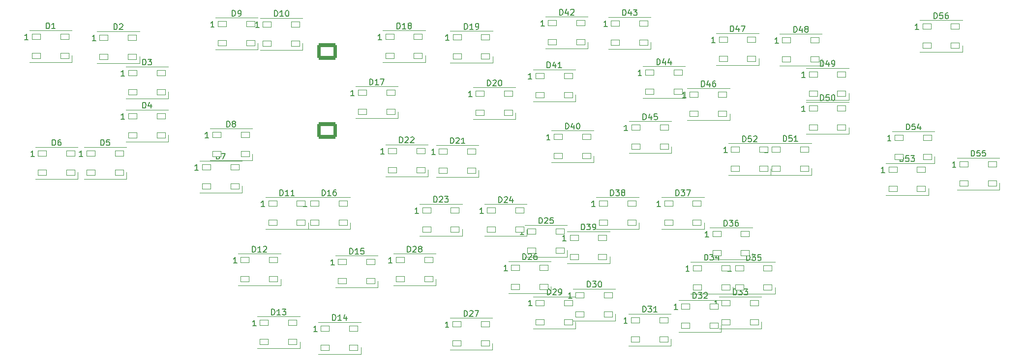
<source format=gbr>
%TF.GenerationSoftware,KiCad,Pcbnew,(6.0.9)*%
%TF.CreationDate,2022-12-26T18:11:15-09:00*%
%TF.ProjectId,PCB_ HUD PANEL,5043422c-2048-4554-9420-50414e454c2e,rev?*%
%TF.SameCoordinates,Original*%
%TF.FileFunction,Legend,Top*%
%TF.FilePolarity,Positive*%
%FSLAX46Y46*%
G04 Gerber Fmt 4.6, Leading zero omitted, Abs format (unit mm)*
G04 Created by KiCad (PCBNEW (6.0.9)) date 2022-12-26 18:11:15*
%MOMM*%
%LPD*%
G01*
G04 APERTURE LIST*
G04 Aperture macros list*
%AMRoundRect*
0 Rectangle with rounded corners*
0 $1 Rounding radius*
0 $2 $3 $4 $5 $6 $7 $8 $9 X,Y pos of 4 corners*
0 Add a 4 corners polygon primitive as box body*
4,1,4,$2,$3,$4,$5,$6,$7,$8,$9,$2,$3,0*
0 Add four circle primitives for the rounded corners*
1,1,$1+$1,$2,$3*
1,1,$1+$1,$4,$5*
1,1,$1+$1,$6,$7*
1,1,$1+$1,$8,$9*
0 Add four rect primitives between the rounded corners*
20,1,$1+$1,$2,$3,$4,$5,0*
20,1,$1+$1,$4,$5,$6,$7,0*
20,1,$1+$1,$6,$7,$8,$9,0*
20,1,$1+$1,$8,$9,$2,$3,0*%
G04 Aperture macros list end*
%ADD10C,0.150000*%
%ADD11C,0.120000*%
%ADD12RoundRect,0.300001X-1.399999X1.099999X-1.399999X-1.099999X1.399999X-1.099999X1.399999X1.099999X0*%
%ADD13O,3.400000X2.800000*%
%ADD14RoundRect,0.050000X-0.750000X-0.450000X0.750000X-0.450000X0.750000X0.450000X-0.750000X0.450000X0*%
G04 APERTURE END LIST*
D10*
%TO.C,D56*%
X225385714Y-41952380D02*
X225385714Y-40952380D01*
X225623809Y-40952380D01*
X225766666Y-41000000D01*
X225861904Y-41095238D01*
X225909523Y-41190476D01*
X225957142Y-41380952D01*
X225957142Y-41523809D01*
X225909523Y-41714285D01*
X225861904Y-41809523D01*
X225766666Y-41904761D01*
X225623809Y-41952380D01*
X225385714Y-41952380D01*
X226861904Y-40952380D02*
X226385714Y-40952380D01*
X226338095Y-41428571D01*
X226385714Y-41380952D01*
X226480952Y-41333333D01*
X226719047Y-41333333D01*
X226814285Y-41380952D01*
X226861904Y-41428571D01*
X226909523Y-41523809D01*
X226909523Y-41761904D01*
X226861904Y-41857142D01*
X226814285Y-41904761D01*
X226719047Y-41952380D01*
X226480952Y-41952380D01*
X226385714Y-41904761D01*
X226338095Y-41857142D01*
X227766666Y-40952380D02*
X227576190Y-40952380D01*
X227480952Y-41000000D01*
X227433333Y-41047619D01*
X227338095Y-41190476D01*
X227290476Y-41380952D01*
X227290476Y-41761904D01*
X227338095Y-41857142D01*
X227385714Y-41904761D01*
X227480952Y-41952380D01*
X227671428Y-41952380D01*
X227766666Y-41904761D01*
X227814285Y-41857142D01*
X227861904Y-41761904D01*
X227861904Y-41523809D01*
X227814285Y-41428571D01*
X227766666Y-41380952D01*
X227671428Y-41333333D01*
X227480952Y-41333333D01*
X227385714Y-41380952D01*
X227338095Y-41428571D01*
X227290476Y-41523809D01*
X222735714Y-43852380D02*
X222164285Y-43852380D01*
X222450000Y-43852380D02*
X222450000Y-42852380D01*
X222354761Y-42995238D01*
X222259523Y-43090476D01*
X222164285Y-43138095D01*
%TO.C,D55*%
X231785714Y-65702380D02*
X231785714Y-64702380D01*
X232023809Y-64702380D01*
X232166666Y-64750000D01*
X232261904Y-64845238D01*
X232309523Y-64940476D01*
X232357142Y-65130952D01*
X232357142Y-65273809D01*
X232309523Y-65464285D01*
X232261904Y-65559523D01*
X232166666Y-65654761D01*
X232023809Y-65702380D01*
X231785714Y-65702380D01*
X233261904Y-64702380D02*
X232785714Y-64702380D01*
X232738095Y-65178571D01*
X232785714Y-65130952D01*
X232880952Y-65083333D01*
X233119047Y-65083333D01*
X233214285Y-65130952D01*
X233261904Y-65178571D01*
X233309523Y-65273809D01*
X233309523Y-65511904D01*
X233261904Y-65607142D01*
X233214285Y-65654761D01*
X233119047Y-65702380D01*
X232880952Y-65702380D01*
X232785714Y-65654761D01*
X232738095Y-65607142D01*
X234214285Y-64702380D02*
X233738095Y-64702380D01*
X233690476Y-65178571D01*
X233738095Y-65130952D01*
X233833333Y-65083333D01*
X234071428Y-65083333D01*
X234166666Y-65130952D01*
X234214285Y-65178571D01*
X234261904Y-65273809D01*
X234261904Y-65511904D01*
X234214285Y-65607142D01*
X234166666Y-65654761D01*
X234071428Y-65702380D01*
X233833333Y-65702380D01*
X233738095Y-65654761D01*
X233690476Y-65607142D01*
X229135714Y-67602380D02*
X228564285Y-67602380D01*
X228850000Y-67602380D02*
X228850000Y-66602380D01*
X228754761Y-66745238D01*
X228659523Y-66840476D01*
X228564285Y-66888095D01*
%TO.C,D54*%
X220617714Y-61138380D02*
X220617714Y-60138380D01*
X220855809Y-60138380D01*
X220998666Y-60186000D01*
X221093904Y-60281238D01*
X221141523Y-60376476D01*
X221189142Y-60566952D01*
X221189142Y-60709809D01*
X221141523Y-60900285D01*
X221093904Y-60995523D01*
X220998666Y-61090761D01*
X220855809Y-61138380D01*
X220617714Y-61138380D01*
X222093904Y-60138380D02*
X221617714Y-60138380D01*
X221570095Y-60614571D01*
X221617714Y-60566952D01*
X221712952Y-60519333D01*
X221951047Y-60519333D01*
X222046285Y-60566952D01*
X222093904Y-60614571D01*
X222141523Y-60709809D01*
X222141523Y-60947904D01*
X222093904Y-61043142D01*
X222046285Y-61090761D01*
X221951047Y-61138380D01*
X221712952Y-61138380D01*
X221617714Y-61090761D01*
X221570095Y-61043142D01*
X222998666Y-60471714D02*
X222998666Y-61138380D01*
X222760571Y-60090761D02*
X222522476Y-60805047D01*
X223141523Y-60805047D01*
X217967714Y-63038380D02*
X217396285Y-63038380D01*
X217682000Y-63038380D02*
X217682000Y-62038380D01*
X217586761Y-62181238D01*
X217491523Y-62276476D01*
X217396285Y-62324095D01*
%TO.C,D53*%
X219548714Y-66624380D02*
X219548714Y-65624380D01*
X219786809Y-65624380D01*
X219929666Y-65672000D01*
X220024904Y-65767238D01*
X220072523Y-65862476D01*
X220120142Y-66052952D01*
X220120142Y-66195809D01*
X220072523Y-66386285D01*
X220024904Y-66481523D01*
X219929666Y-66576761D01*
X219786809Y-66624380D01*
X219548714Y-66624380D01*
X221024904Y-65624380D02*
X220548714Y-65624380D01*
X220501095Y-66100571D01*
X220548714Y-66052952D01*
X220643952Y-66005333D01*
X220882047Y-66005333D01*
X220977285Y-66052952D01*
X221024904Y-66100571D01*
X221072523Y-66195809D01*
X221072523Y-66433904D01*
X221024904Y-66529142D01*
X220977285Y-66576761D01*
X220882047Y-66624380D01*
X220643952Y-66624380D01*
X220548714Y-66576761D01*
X220501095Y-66529142D01*
X221405857Y-65624380D02*
X222024904Y-65624380D01*
X221691571Y-66005333D01*
X221834428Y-66005333D01*
X221929666Y-66052952D01*
X221977285Y-66100571D01*
X222024904Y-66195809D01*
X222024904Y-66433904D01*
X221977285Y-66529142D01*
X221929666Y-66576761D01*
X221834428Y-66624380D01*
X221548714Y-66624380D01*
X221453476Y-66576761D01*
X221405857Y-66529142D01*
X216898714Y-68524380D02*
X216327285Y-68524380D01*
X216613000Y-68524380D02*
X216613000Y-67524380D01*
X216517761Y-67667238D01*
X216422523Y-67762476D01*
X216327285Y-67810095D01*
%TO.C,D52*%
X192435714Y-63202380D02*
X192435714Y-62202380D01*
X192673809Y-62202380D01*
X192816666Y-62250000D01*
X192911904Y-62345238D01*
X192959523Y-62440476D01*
X193007142Y-62630952D01*
X193007142Y-62773809D01*
X192959523Y-62964285D01*
X192911904Y-63059523D01*
X192816666Y-63154761D01*
X192673809Y-63202380D01*
X192435714Y-63202380D01*
X193911904Y-62202380D02*
X193435714Y-62202380D01*
X193388095Y-62678571D01*
X193435714Y-62630952D01*
X193530952Y-62583333D01*
X193769047Y-62583333D01*
X193864285Y-62630952D01*
X193911904Y-62678571D01*
X193959523Y-62773809D01*
X193959523Y-63011904D01*
X193911904Y-63107142D01*
X193864285Y-63154761D01*
X193769047Y-63202380D01*
X193530952Y-63202380D01*
X193435714Y-63154761D01*
X193388095Y-63107142D01*
X194340476Y-62297619D02*
X194388095Y-62250000D01*
X194483333Y-62202380D01*
X194721428Y-62202380D01*
X194816666Y-62250000D01*
X194864285Y-62297619D01*
X194911904Y-62392857D01*
X194911904Y-62488095D01*
X194864285Y-62630952D01*
X194292857Y-63202380D01*
X194911904Y-63202380D01*
X189785714Y-65102380D02*
X189214285Y-65102380D01*
X189500000Y-65102380D02*
X189500000Y-64102380D01*
X189404761Y-64245238D01*
X189309523Y-64340476D01*
X189214285Y-64388095D01*
%TO.C,D51*%
X199435714Y-63152380D02*
X199435714Y-62152380D01*
X199673809Y-62152380D01*
X199816666Y-62200000D01*
X199911904Y-62295238D01*
X199959523Y-62390476D01*
X200007142Y-62580952D01*
X200007142Y-62723809D01*
X199959523Y-62914285D01*
X199911904Y-63009523D01*
X199816666Y-63104761D01*
X199673809Y-63152380D01*
X199435714Y-63152380D01*
X200911904Y-62152380D02*
X200435714Y-62152380D01*
X200388095Y-62628571D01*
X200435714Y-62580952D01*
X200530952Y-62533333D01*
X200769047Y-62533333D01*
X200864285Y-62580952D01*
X200911904Y-62628571D01*
X200959523Y-62723809D01*
X200959523Y-62961904D01*
X200911904Y-63057142D01*
X200864285Y-63104761D01*
X200769047Y-63152380D01*
X200530952Y-63152380D01*
X200435714Y-63104761D01*
X200388095Y-63057142D01*
X201911904Y-63152380D02*
X201340476Y-63152380D01*
X201626190Y-63152380D02*
X201626190Y-62152380D01*
X201530952Y-62295238D01*
X201435714Y-62390476D01*
X201340476Y-62438095D01*
X196785714Y-65052380D02*
X196214285Y-65052380D01*
X196500000Y-65052380D02*
X196500000Y-64052380D01*
X196404761Y-64195238D01*
X196309523Y-64290476D01*
X196214285Y-64338095D01*
%TO.C,D50*%
X205835714Y-56102380D02*
X205835714Y-55102380D01*
X206073809Y-55102380D01*
X206216666Y-55150000D01*
X206311904Y-55245238D01*
X206359523Y-55340476D01*
X206407142Y-55530952D01*
X206407142Y-55673809D01*
X206359523Y-55864285D01*
X206311904Y-55959523D01*
X206216666Y-56054761D01*
X206073809Y-56102380D01*
X205835714Y-56102380D01*
X207311904Y-55102380D02*
X206835714Y-55102380D01*
X206788095Y-55578571D01*
X206835714Y-55530952D01*
X206930952Y-55483333D01*
X207169047Y-55483333D01*
X207264285Y-55530952D01*
X207311904Y-55578571D01*
X207359523Y-55673809D01*
X207359523Y-55911904D01*
X207311904Y-56007142D01*
X207264285Y-56054761D01*
X207169047Y-56102380D01*
X206930952Y-56102380D01*
X206835714Y-56054761D01*
X206788095Y-56007142D01*
X207978571Y-55102380D02*
X208073809Y-55102380D01*
X208169047Y-55150000D01*
X208216666Y-55197619D01*
X208264285Y-55292857D01*
X208311904Y-55483333D01*
X208311904Y-55721428D01*
X208264285Y-55911904D01*
X208216666Y-56007142D01*
X208169047Y-56054761D01*
X208073809Y-56102380D01*
X207978571Y-56102380D01*
X207883333Y-56054761D01*
X207835714Y-56007142D01*
X207788095Y-55911904D01*
X207740476Y-55721428D01*
X207740476Y-55483333D01*
X207788095Y-55292857D01*
X207835714Y-55197619D01*
X207883333Y-55150000D01*
X207978571Y-55102380D01*
X203185714Y-58002380D02*
X202614285Y-58002380D01*
X202900000Y-58002380D02*
X202900000Y-57002380D01*
X202804761Y-57145238D01*
X202709523Y-57240476D01*
X202614285Y-57288095D01*
%TO.C,D49*%
X205835714Y-50202380D02*
X205835714Y-49202380D01*
X206073809Y-49202380D01*
X206216666Y-49250000D01*
X206311904Y-49345238D01*
X206359523Y-49440476D01*
X206407142Y-49630952D01*
X206407142Y-49773809D01*
X206359523Y-49964285D01*
X206311904Y-50059523D01*
X206216666Y-50154761D01*
X206073809Y-50202380D01*
X205835714Y-50202380D01*
X207264285Y-49535714D02*
X207264285Y-50202380D01*
X207026190Y-49154761D02*
X206788095Y-49869047D01*
X207407142Y-49869047D01*
X207835714Y-50202380D02*
X208026190Y-50202380D01*
X208121428Y-50154761D01*
X208169047Y-50107142D01*
X208264285Y-49964285D01*
X208311904Y-49773809D01*
X208311904Y-49392857D01*
X208264285Y-49297619D01*
X208216666Y-49250000D01*
X208121428Y-49202380D01*
X207930952Y-49202380D01*
X207835714Y-49250000D01*
X207788095Y-49297619D01*
X207740476Y-49392857D01*
X207740476Y-49630952D01*
X207788095Y-49726190D01*
X207835714Y-49773809D01*
X207930952Y-49821428D01*
X208121428Y-49821428D01*
X208216666Y-49773809D01*
X208264285Y-49726190D01*
X208311904Y-49630952D01*
X203185714Y-52102380D02*
X202614285Y-52102380D01*
X202900000Y-52102380D02*
X202900000Y-51102380D01*
X202804761Y-51245238D01*
X202709523Y-51340476D01*
X202614285Y-51388095D01*
%TO.C,D48*%
X201235714Y-44302380D02*
X201235714Y-43302380D01*
X201473809Y-43302380D01*
X201616666Y-43350000D01*
X201711904Y-43445238D01*
X201759523Y-43540476D01*
X201807142Y-43730952D01*
X201807142Y-43873809D01*
X201759523Y-44064285D01*
X201711904Y-44159523D01*
X201616666Y-44254761D01*
X201473809Y-44302380D01*
X201235714Y-44302380D01*
X202664285Y-43635714D02*
X202664285Y-44302380D01*
X202426190Y-43254761D02*
X202188095Y-43969047D01*
X202807142Y-43969047D01*
X203330952Y-43730952D02*
X203235714Y-43683333D01*
X203188095Y-43635714D01*
X203140476Y-43540476D01*
X203140476Y-43492857D01*
X203188095Y-43397619D01*
X203235714Y-43350000D01*
X203330952Y-43302380D01*
X203521428Y-43302380D01*
X203616666Y-43350000D01*
X203664285Y-43397619D01*
X203711904Y-43492857D01*
X203711904Y-43540476D01*
X203664285Y-43635714D01*
X203616666Y-43683333D01*
X203521428Y-43730952D01*
X203330952Y-43730952D01*
X203235714Y-43778571D01*
X203188095Y-43826190D01*
X203140476Y-43921428D01*
X203140476Y-44111904D01*
X203188095Y-44207142D01*
X203235714Y-44254761D01*
X203330952Y-44302380D01*
X203521428Y-44302380D01*
X203616666Y-44254761D01*
X203664285Y-44207142D01*
X203711904Y-44111904D01*
X203711904Y-43921428D01*
X203664285Y-43826190D01*
X203616666Y-43778571D01*
X203521428Y-43730952D01*
X198585714Y-46202380D02*
X198014285Y-46202380D01*
X198300000Y-46202380D02*
X198300000Y-45202380D01*
X198204761Y-45345238D01*
X198109523Y-45440476D01*
X198014285Y-45488095D01*
%TO.C,D47*%
X190335714Y-44202380D02*
X190335714Y-43202380D01*
X190573809Y-43202380D01*
X190716666Y-43250000D01*
X190811904Y-43345238D01*
X190859523Y-43440476D01*
X190907142Y-43630952D01*
X190907142Y-43773809D01*
X190859523Y-43964285D01*
X190811904Y-44059523D01*
X190716666Y-44154761D01*
X190573809Y-44202380D01*
X190335714Y-44202380D01*
X191764285Y-43535714D02*
X191764285Y-44202380D01*
X191526190Y-43154761D02*
X191288095Y-43869047D01*
X191907142Y-43869047D01*
X192192857Y-43202380D02*
X192859523Y-43202380D01*
X192430952Y-44202380D01*
X187685714Y-46102380D02*
X187114285Y-46102380D01*
X187400000Y-46102380D02*
X187400000Y-45102380D01*
X187304761Y-45245238D01*
X187209523Y-45340476D01*
X187114285Y-45388095D01*
%TO.C,D46*%
X185335714Y-53702380D02*
X185335714Y-52702380D01*
X185573809Y-52702380D01*
X185716666Y-52750000D01*
X185811904Y-52845238D01*
X185859523Y-52940476D01*
X185907142Y-53130952D01*
X185907142Y-53273809D01*
X185859523Y-53464285D01*
X185811904Y-53559523D01*
X185716666Y-53654761D01*
X185573809Y-53702380D01*
X185335714Y-53702380D01*
X186764285Y-53035714D02*
X186764285Y-53702380D01*
X186526190Y-52654761D02*
X186288095Y-53369047D01*
X186907142Y-53369047D01*
X187716666Y-52702380D02*
X187526190Y-52702380D01*
X187430952Y-52750000D01*
X187383333Y-52797619D01*
X187288095Y-52940476D01*
X187240476Y-53130952D01*
X187240476Y-53511904D01*
X187288095Y-53607142D01*
X187335714Y-53654761D01*
X187430952Y-53702380D01*
X187621428Y-53702380D01*
X187716666Y-53654761D01*
X187764285Y-53607142D01*
X187811904Y-53511904D01*
X187811904Y-53273809D01*
X187764285Y-53178571D01*
X187716666Y-53130952D01*
X187621428Y-53083333D01*
X187430952Y-53083333D01*
X187335714Y-53130952D01*
X187288095Y-53178571D01*
X187240476Y-53273809D01*
X182685714Y-55602380D02*
X182114285Y-55602380D01*
X182400000Y-55602380D02*
X182400000Y-54602380D01*
X182304761Y-54745238D01*
X182209523Y-54840476D01*
X182114285Y-54888095D01*
%TO.C,D45*%
X175285714Y-59402380D02*
X175285714Y-58402380D01*
X175523809Y-58402380D01*
X175666666Y-58450000D01*
X175761904Y-58545238D01*
X175809523Y-58640476D01*
X175857142Y-58830952D01*
X175857142Y-58973809D01*
X175809523Y-59164285D01*
X175761904Y-59259523D01*
X175666666Y-59354761D01*
X175523809Y-59402380D01*
X175285714Y-59402380D01*
X176714285Y-58735714D02*
X176714285Y-59402380D01*
X176476190Y-58354761D02*
X176238095Y-59069047D01*
X176857142Y-59069047D01*
X177714285Y-58402380D02*
X177238095Y-58402380D01*
X177190476Y-58878571D01*
X177238095Y-58830952D01*
X177333333Y-58783333D01*
X177571428Y-58783333D01*
X177666666Y-58830952D01*
X177714285Y-58878571D01*
X177761904Y-58973809D01*
X177761904Y-59211904D01*
X177714285Y-59307142D01*
X177666666Y-59354761D01*
X177571428Y-59402380D01*
X177333333Y-59402380D01*
X177238095Y-59354761D01*
X177190476Y-59307142D01*
X172635714Y-61302380D02*
X172064285Y-61302380D01*
X172350000Y-61302380D02*
X172350000Y-60302380D01*
X172254761Y-60445238D01*
X172159523Y-60540476D01*
X172064285Y-60588095D01*
%TO.C,D44*%
X177685714Y-49902380D02*
X177685714Y-48902380D01*
X177923809Y-48902380D01*
X178066666Y-48950000D01*
X178161904Y-49045238D01*
X178209523Y-49140476D01*
X178257142Y-49330952D01*
X178257142Y-49473809D01*
X178209523Y-49664285D01*
X178161904Y-49759523D01*
X178066666Y-49854761D01*
X177923809Y-49902380D01*
X177685714Y-49902380D01*
X179114285Y-49235714D02*
X179114285Y-49902380D01*
X178876190Y-48854761D02*
X178638095Y-49569047D01*
X179257142Y-49569047D01*
X180066666Y-49235714D02*
X180066666Y-49902380D01*
X179828571Y-48854761D02*
X179590476Y-49569047D01*
X180209523Y-49569047D01*
X175035714Y-51802380D02*
X174464285Y-51802380D01*
X174750000Y-51802380D02*
X174750000Y-50802380D01*
X174654761Y-50945238D01*
X174559523Y-51040476D01*
X174464285Y-51088095D01*
%TO.C,D43*%
X171785714Y-41402380D02*
X171785714Y-40402380D01*
X172023809Y-40402380D01*
X172166666Y-40450000D01*
X172261904Y-40545238D01*
X172309523Y-40640476D01*
X172357142Y-40830952D01*
X172357142Y-40973809D01*
X172309523Y-41164285D01*
X172261904Y-41259523D01*
X172166666Y-41354761D01*
X172023809Y-41402380D01*
X171785714Y-41402380D01*
X173214285Y-40735714D02*
X173214285Y-41402380D01*
X172976190Y-40354761D02*
X172738095Y-41069047D01*
X173357142Y-41069047D01*
X173642857Y-40402380D02*
X174261904Y-40402380D01*
X173928571Y-40783333D01*
X174071428Y-40783333D01*
X174166666Y-40830952D01*
X174214285Y-40878571D01*
X174261904Y-40973809D01*
X174261904Y-41211904D01*
X174214285Y-41307142D01*
X174166666Y-41354761D01*
X174071428Y-41402380D01*
X173785714Y-41402380D01*
X173690476Y-41354761D01*
X173642857Y-41307142D01*
X169135714Y-43302380D02*
X168564285Y-43302380D01*
X168850000Y-43302380D02*
X168850000Y-42302380D01*
X168754761Y-42445238D01*
X168659523Y-42540476D01*
X168564285Y-42588095D01*
%TO.C,D42*%
X160935714Y-41352380D02*
X160935714Y-40352380D01*
X161173809Y-40352380D01*
X161316666Y-40400000D01*
X161411904Y-40495238D01*
X161459523Y-40590476D01*
X161507142Y-40780952D01*
X161507142Y-40923809D01*
X161459523Y-41114285D01*
X161411904Y-41209523D01*
X161316666Y-41304761D01*
X161173809Y-41352380D01*
X160935714Y-41352380D01*
X162364285Y-40685714D02*
X162364285Y-41352380D01*
X162126190Y-40304761D02*
X161888095Y-41019047D01*
X162507142Y-41019047D01*
X162840476Y-40447619D02*
X162888095Y-40400000D01*
X162983333Y-40352380D01*
X163221428Y-40352380D01*
X163316666Y-40400000D01*
X163364285Y-40447619D01*
X163411904Y-40542857D01*
X163411904Y-40638095D01*
X163364285Y-40780952D01*
X162792857Y-41352380D01*
X163411904Y-41352380D01*
X158285714Y-43252380D02*
X157714285Y-43252380D01*
X158000000Y-43252380D02*
X158000000Y-42252380D01*
X157904761Y-42395238D01*
X157809523Y-42490476D01*
X157714285Y-42538095D01*
%TO.C,D41*%
X158785714Y-50452380D02*
X158785714Y-49452380D01*
X159023809Y-49452380D01*
X159166666Y-49500000D01*
X159261904Y-49595238D01*
X159309523Y-49690476D01*
X159357142Y-49880952D01*
X159357142Y-50023809D01*
X159309523Y-50214285D01*
X159261904Y-50309523D01*
X159166666Y-50404761D01*
X159023809Y-50452380D01*
X158785714Y-50452380D01*
X160214285Y-49785714D02*
X160214285Y-50452380D01*
X159976190Y-49404761D02*
X159738095Y-50119047D01*
X160357142Y-50119047D01*
X161261904Y-50452380D02*
X160690476Y-50452380D01*
X160976190Y-50452380D02*
X160976190Y-49452380D01*
X160880952Y-49595238D01*
X160785714Y-49690476D01*
X160690476Y-49738095D01*
X156135714Y-52352380D02*
X155564285Y-52352380D01*
X155850000Y-52352380D02*
X155850000Y-51352380D01*
X155754761Y-51495238D01*
X155659523Y-51590476D01*
X155564285Y-51638095D01*
%TO.C,D40*%
X161943714Y-61011380D02*
X161943714Y-60011380D01*
X162181809Y-60011380D01*
X162324666Y-60059000D01*
X162419904Y-60154238D01*
X162467523Y-60249476D01*
X162515142Y-60439952D01*
X162515142Y-60582809D01*
X162467523Y-60773285D01*
X162419904Y-60868523D01*
X162324666Y-60963761D01*
X162181809Y-61011380D01*
X161943714Y-61011380D01*
X163372285Y-60344714D02*
X163372285Y-61011380D01*
X163134190Y-59963761D02*
X162896095Y-60678047D01*
X163515142Y-60678047D01*
X164086571Y-60011380D02*
X164181809Y-60011380D01*
X164277047Y-60059000D01*
X164324666Y-60106619D01*
X164372285Y-60201857D01*
X164419904Y-60392333D01*
X164419904Y-60630428D01*
X164372285Y-60820904D01*
X164324666Y-60916142D01*
X164277047Y-60963761D01*
X164181809Y-61011380D01*
X164086571Y-61011380D01*
X163991333Y-60963761D01*
X163943714Y-60916142D01*
X163896095Y-60820904D01*
X163848476Y-60630428D01*
X163848476Y-60392333D01*
X163896095Y-60201857D01*
X163943714Y-60106619D01*
X163991333Y-60059000D01*
X164086571Y-60011380D01*
X159293714Y-62911380D02*
X158722285Y-62911380D01*
X159008000Y-62911380D02*
X159008000Y-61911380D01*
X158912761Y-62054238D01*
X158817523Y-62149476D01*
X158722285Y-62197095D01*
%TO.C,D39*%
X164685714Y-78402380D02*
X164685714Y-77402380D01*
X164923809Y-77402380D01*
X165066666Y-77450000D01*
X165161904Y-77545238D01*
X165209523Y-77640476D01*
X165257142Y-77830952D01*
X165257142Y-77973809D01*
X165209523Y-78164285D01*
X165161904Y-78259523D01*
X165066666Y-78354761D01*
X164923809Y-78402380D01*
X164685714Y-78402380D01*
X165590476Y-77402380D02*
X166209523Y-77402380D01*
X165876190Y-77783333D01*
X166019047Y-77783333D01*
X166114285Y-77830952D01*
X166161904Y-77878571D01*
X166209523Y-77973809D01*
X166209523Y-78211904D01*
X166161904Y-78307142D01*
X166114285Y-78354761D01*
X166019047Y-78402380D01*
X165733333Y-78402380D01*
X165638095Y-78354761D01*
X165590476Y-78307142D01*
X166685714Y-78402380D02*
X166876190Y-78402380D01*
X166971428Y-78354761D01*
X167019047Y-78307142D01*
X167114285Y-78164285D01*
X167161904Y-77973809D01*
X167161904Y-77592857D01*
X167114285Y-77497619D01*
X167066666Y-77450000D01*
X166971428Y-77402380D01*
X166780952Y-77402380D01*
X166685714Y-77450000D01*
X166638095Y-77497619D01*
X166590476Y-77592857D01*
X166590476Y-77830952D01*
X166638095Y-77926190D01*
X166685714Y-77973809D01*
X166780952Y-78021428D01*
X166971428Y-78021428D01*
X167066666Y-77973809D01*
X167114285Y-77926190D01*
X167161904Y-77830952D01*
X162035714Y-80302380D02*
X161464285Y-80302380D01*
X161750000Y-80302380D02*
X161750000Y-79302380D01*
X161654761Y-79445238D01*
X161559523Y-79540476D01*
X161464285Y-79588095D01*
%TO.C,D38*%
X169685714Y-72502380D02*
X169685714Y-71502380D01*
X169923809Y-71502380D01*
X170066666Y-71550000D01*
X170161904Y-71645238D01*
X170209523Y-71740476D01*
X170257142Y-71930952D01*
X170257142Y-72073809D01*
X170209523Y-72264285D01*
X170161904Y-72359523D01*
X170066666Y-72454761D01*
X169923809Y-72502380D01*
X169685714Y-72502380D01*
X170590476Y-71502380D02*
X171209523Y-71502380D01*
X170876190Y-71883333D01*
X171019047Y-71883333D01*
X171114285Y-71930952D01*
X171161904Y-71978571D01*
X171209523Y-72073809D01*
X171209523Y-72311904D01*
X171161904Y-72407142D01*
X171114285Y-72454761D01*
X171019047Y-72502380D01*
X170733333Y-72502380D01*
X170638095Y-72454761D01*
X170590476Y-72407142D01*
X171780952Y-71930952D02*
X171685714Y-71883333D01*
X171638095Y-71835714D01*
X171590476Y-71740476D01*
X171590476Y-71692857D01*
X171638095Y-71597619D01*
X171685714Y-71550000D01*
X171780952Y-71502380D01*
X171971428Y-71502380D01*
X172066666Y-71550000D01*
X172114285Y-71597619D01*
X172161904Y-71692857D01*
X172161904Y-71740476D01*
X172114285Y-71835714D01*
X172066666Y-71883333D01*
X171971428Y-71930952D01*
X171780952Y-71930952D01*
X171685714Y-71978571D01*
X171638095Y-72026190D01*
X171590476Y-72121428D01*
X171590476Y-72311904D01*
X171638095Y-72407142D01*
X171685714Y-72454761D01*
X171780952Y-72502380D01*
X171971428Y-72502380D01*
X172066666Y-72454761D01*
X172114285Y-72407142D01*
X172161904Y-72311904D01*
X172161904Y-72121428D01*
X172114285Y-72026190D01*
X172066666Y-71978571D01*
X171971428Y-71930952D01*
X167035714Y-74402380D02*
X166464285Y-74402380D01*
X166750000Y-74402380D02*
X166750000Y-73402380D01*
X166654761Y-73545238D01*
X166559523Y-73640476D01*
X166464285Y-73688095D01*
%TO.C,D37*%
X180935714Y-72502380D02*
X180935714Y-71502380D01*
X181173809Y-71502380D01*
X181316666Y-71550000D01*
X181411904Y-71645238D01*
X181459523Y-71740476D01*
X181507142Y-71930952D01*
X181507142Y-72073809D01*
X181459523Y-72264285D01*
X181411904Y-72359523D01*
X181316666Y-72454761D01*
X181173809Y-72502380D01*
X180935714Y-72502380D01*
X181840476Y-71502380D02*
X182459523Y-71502380D01*
X182126190Y-71883333D01*
X182269047Y-71883333D01*
X182364285Y-71930952D01*
X182411904Y-71978571D01*
X182459523Y-72073809D01*
X182459523Y-72311904D01*
X182411904Y-72407142D01*
X182364285Y-72454761D01*
X182269047Y-72502380D01*
X181983333Y-72502380D01*
X181888095Y-72454761D01*
X181840476Y-72407142D01*
X182792857Y-71502380D02*
X183459523Y-71502380D01*
X183030952Y-72502380D01*
X178285714Y-74402380D02*
X177714285Y-74402380D01*
X178000000Y-74402380D02*
X178000000Y-73402380D01*
X177904761Y-73545238D01*
X177809523Y-73640476D01*
X177714285Y-73688095D01*
%TO.C,D36*%
X189235714Y-77752380D02*
X189235714Y-76752380D01*
X189473809Y-76752380D01*
X189616666Y-76800000D01*
X189711904Y-76895238D01*
X189759523Y-76990476D01*
X189807142Y-77180952D01*
X189807142Y-77323809D01*
X189759523Y-77514285D01*
X189711904Y-77609523D01*
X189616666Y-77704761D01*
X189473809Y-77752380D01*
X189235714Y-77752380D01*
X190140476Y-76752380D02*
X190759523Y-76752380D01*
X190426190Y-77133333D01*
X190569047Y-77133333D01*
X190664285Y-77180952D01*
X190711904Y-77228571D01*
X190759523Y-77323809D01*
X190759523Y-77561904D01*
X190711904Y-77657142D01*
X190664285Y-77704761D01*
X190569047Y-77752380D01*
X190283333Y-77752380D01*
X190188095Y-77704761D01*
X190140476Y-77657142D01*
X191616666Y-76752380D02*
X191426190Y-76752380D01*
X191330952Y-76800000D01*
X191283333Y-76847619D01*
X191188095Y-76990476D01*
X191140476Y-77180952D01*
X191140476Y-77561904D01*
X191188095Y-77657142D01*
X191235714Y-77704761D01*
X191330952Y-77752380D01*
X191521428Y-77752380D01*
X191616666Y-77704761D01*
X191664285Y-77657142D01*
X191711904Y-77561904D01*
X191711904Y-77323809D01*
X191664285Y-77228571D01*
X191616666Y-77180952D01*
X191521428Y-77133333D01*
X191330952Y-77133333D01*
X191235714Y-77180952D01*
X191188095Y-77228571D01*
X191140476Y-77323809D01*
X186585714Y-79652380D02*
X186014285Y-79652380D01*
X186300000Y-79652380D02*
X186300000Y-78652380D01*
X186204761Y-78795238D01*
X186109523Y-78890476D01*
X186014285Y-78938095D01*
%TO.C,D35*%
X193135714Y-83702380D02*
X193135714Y-82702380D01*
X193373809Y-82702380D01*
X193516666Y-82750000D01*
X193611904Y-82845238D01*
X193659523Y-82940476D01*
X193707142Y-83130952D01*
X193707142Y-83273809D01*
X193659523Y-83464285D01*
X193611904Y-83559523D01*
X193516666Y-83654761D01*
X193373809Y-83702380D01*
X193135714Y-83702380D01*
X194040476Y-82702380D02*
X194659523Y-82702380D01*
X194326190Y-83083333D01*
X194469047Y-83083333D01*
X194564285Y-83130952D01*
X194611904Y-83178571D01*
X194659523Y-83273809D01*
X194659523Y-83511904D01*
X194611904Y-83607142D01*
X194564285Y-83654761D01*
X194469047Y-83702380D01*
X194183333Y-83702380D01*
X194088095Y-83654761D01*
X194040476Y-83607142D01*
X195564285Y-82702380D02*
X195088095Y-82702380D01*
X195040476Y-83178571D01*
X195088095Y-83130952D01*
X195183333Y-83083333D01*
X195421428Y-83083333D01*
X195516666Y-83130952D01*
X195564285Y-83178571D01*
X195611904Y-83273809D01*
X195611904Y-83511904D01*
X195564285Y-83607142D01*
X195516666Y-83654761D01*
X195421428Y-83702380D01*
X195183333Y-83702380D01*
X195088095Y-83654761D01*
X195040476Y-83607142D01*
X190485714Y-85602380D02*
X189914285Y-85602380D01*
X190200000Y-85602380D02*
X190200000Y-84602380D01*
X190104761Y-84745238D01*
X190009523Y-84840476D01*
X189914285Y-84888095D01*
%TO.C,D34*%
X185885714Y-83652380D02*
X185885714Y-82652380D01*
X186123809Y-82652380D01*
X186266666Y-82700000D01*
X186361904Y-82795238D01*
X186409523Y-82890476D01*
X186457142Y-83080952D01*
X186457142Y-83223809D01*
X186409523Y-83414285D01*
X186361904Y-83509523D01*
X186266666Y-83604761D01*
X186123809Y-83652380D01*
X185885714Y-83652380D01*
X186790476Y-82652380D02*
X187409523Y-82652380D01*
X187076190Y-83033333D01*
X187219047Y-83033333D01*
X187314285Y-83080952D01*
X187361904Y-83128571D01*
X187409523Y-83223809D01*
X187409523Y-83461904D01*
X187361904Y-83557142D01*
X187314285Y-83604761D01*
X187219047Y-83652380D01*
X186933333Y-83652380D01*
X186838095Y-83604761D01*
X186790476Y-83557142D01*
X188266666Y-82985714D02*
X188266666Y-83652380D01*
X188028571Y-82604761D02*
X187790476Y-83319047D01*
X188409523Y-83319047D01*
X183235714Y-85552380D02*
X182664285Y-85552380D01*
X182950000Y-85552380D02*
X182950000Y-84552380D01*
X182854761Y-84695238D01*
X182759523Y-84790476D01*
X182664285Y-84838095D01*
%TO.C,D33*%
X190835714Y-89652380D02*
X190835714Y-88652380D01*
X191073809Y-88652380D01*
X191216666Y-88700000D01*
X191311904Y-88795238D01*
X191359523Y-88890476D01*
X191407142Y-89080952D01*
X191407142Y-89223809D01*
X191359523Y-89414285D01*
X191311904Y-89509523D01*
X191216666Y-89604761D01*
X191073809Y-89652380D01*
X190835714Y-89652380D01*
X191740476Y-88652380D02*
X192359523Y-88652380D01*
X192026190Y-89033333D01*
X192169047Y-89033333D01*
X192264285Y-89080952D01*
X192311904Y-89128571D01*
X192359523Y-89223809D01*
X192359523Y-89461904D01*
X192311904Y-89557142D01*
X192264285Y-89604761D01*
X192169047Y-89652380D01*
X191883333Y-89652380D01*
X191788095Y-89604761D01*
X191740476Y-89557142D01*
X192692857Y-88652380D02*
X193311904Y-88652380D01*
X192978571Y-89033333D01*
X193121428Y-89033333D01*
X193216666Y-89080952D01*
X193264285Y-89128571D01*
X193311904Y-89223809D01*
X193311904Y-89461904D01*
X193264285Y-89557142D01*
X193216666Y-89604761D01*
X193121428Y-89652380D01*
X192835714Y-89652380D01*
X192740476Y-89604761D01*
X192692857Y-89557142D01*
X188185714Y-91552380D02*
X187614285Y-91552380D01*
X187900000Y-91552380D02*
X187900000Y-90552380D01*
X187804761Y-90695238D01*
X187709523Y-90790476D01*
X187614285Y-90838095D01*
%TO.C,D32*%
X183885714Y-90252380D02*
X183885714Y-89252380D01*
X184123809Y-89252380D01*
X184266666Y-89300000D01*
X184361904Y-89395238D01*
X184409523Y-89490476D01*
X184457142Y-89680952D01*
X184457142Y-89823809D01*
X184409523Y-90014285D01*
X184361904Y-90109523D01*
X184266666Y-90204761D01*
X184123809Y-90252380D01*
X183885714Y-90252380D01*
X184790476Y-89252380D02*
X185409523Y-89252380D01*
X185076190Y-89633333D01*
X185219047Y-89633333D01*
X185314285Y-89680952D01*
X185361904Y-89728571D01*
X185409523Y-89823809D01*
X185409523Y-90061904D01*
X185361904Y-90157142D01*
X185314285Y-90204761D01*
X185219047Y-90252380D01*
X184933333Y-90252380D01*
X184838095Y-90204761D01*
X184790476Y-90157142D01*
X185790476Y-89347619D02*
X185838095Y-89300000D01*
X185933333Y-89252380D01*
X186171428Y-89252380D01*
X186266666Y-89300000D01*
X186314285Y-89347619D01*
X186361904Y-89442857D01*
X186361904Y-89538095D01*
X186314285Y-89680952D01*
X185742857Y-90252380D01*
X186361904Y-90252380D01*
X181235714Y-92152380D02*
X180664285Y-92152380D01*
X180950000Y-92152380D02*
X180950000Y-91152380D01*
X180854761Y-91295238D01*
X180759523Y-91390476D01*
X180664285Y-91438095D01*
%TO.C,D31*%
X175235714Y-92602380D02*
X175235714Y-91602380D01*
X175473809Y-91602380D01*
X175616666Y-91650000D01*
X175711904Y-91745238D01*
X175759523Y-91840476D01*
X175807142Y-92030952D01*
X175807142Y-92173809D01*
X175759523Y-92364285D01*
X175711904Y-92459523D01*
X175616666Y-92554761D01*
X175473809Y-92602380D01*
X175235714Y-92602380D01*
X176140476Y-91602380D02*
X176759523Y-91602380D01*
X176426190Y-91983333D01*
X176569047Y-91983333D01*
X176664285Y-92030952D01*
X176711904Y-92078571D01*
X176759523Y-92173809D01*
X176759523Y-92411904D01*
X176711904Y-92507142D01*
X176664285Y-92554761D01*
X176569047Y-92602380D01*
X176283333Y-92602380D01*
X176188095Y-92554761D01*
X176140476Y-92507142D01*
X177711904Y-92602380D02*
X177140476Y-92602380D01*
X177426190Y-92602380D02*
X177426190Y-91602380D01*
X177330952Y-91745238D01*
X177235714Y-91840476D01*
X177140476Y-91888095D01*
X172585714Y-94502380D02*
X172014285Y-94502380D01*
X172300000Y-94502380D02*
X172300000Y-93502380D01*
X172204761Y-93645238D01*
X172109523Y-93740476D01*
X172014285Y-93788095D01*
%TO.C,D30*%
X165685714Y-88302380D02*
X165685714Y-87302380D01*
X165923809Y-87302380D01*
X166066666Y-87350000D01*
X166161904Y-87445238D01*
X166209523Y-87540476D01*
X166257142Y-87730952D01*
X166257142Y-87873809D01*
X166209523Y-88064285D01*
X166161904Y-88159523D01*
X166066666Y-88254761D01*
X165923809Y-88302380D01*
X165685714Y-88302380D01*
X166590476Y-87302380D02*
X167209523Y-87302380D01*
X166876190Y-87683333D01*
X167019047Y-87683333D01*
X167114285Y-87730952D01*
X167161904Y-87778571D01*
X167209523Y-87873809D01*
X167209523Y-88111904D01*
X167161904Y-88207142D01*
X167114285Y-88254761D01*
X167019047Y-88302380D01*
X166733333Y-88302380D01*
X166638095Y-88254761D01*
X166590476Y-88207142D01*
X167828571Y-87302380D02*
X167923809Y-87302380D01*
X168019047Y-87350000D01*
X168066666Y-87397619D01*
X168114285Y-87492857D01*
X168161904Y-87683333D01*
X168161904Y-87921428D01*
X168114285Y-88111904D01*
X168066666Y-88207142D01*
X168019047Y-88254761D01*
X167923809Y-88302380D01*
X167828571Y-88302380D01*
X167733333Y-88254761D01*
X167685714Y-88207142D01*
X167638095Y-88111904D01*
X167590476Y-87921428D01*
X167590476Y-87683333D01*
X167638095Y-87492857D01*
X167685714Y-87397619D01*
X167733333Y-87350000D01*
X167828571Y-87302380D01*
X163035714Y-90202380D02*
X162464285Y-90202380D01*
X162750000Y-90202380D02*
X162750000Y-89202380D01*
X162654761Y-89345238D01*
X162559523Y-89440476D01*
X162464285Y-89488095D01*
%TO.C,D29*%
X158817714Y-89636780D02*
X158817714Y-88636780D01*
X159055809Y-88636780D01*
X159198666Y-88684400D01*
X159293904Y-88779638D01*
X159341523Y-88874876D01*
X159389142Y-89065352D01*
X159389142Y-89208209D01*
X159341523Y-89398685D01*
X159293904Y-89493923D01*
X159198666Y-89589161D01*
X159055809Y-89636780D01*
X158817714Y-89636780D01*
X159770095Y-88732019D02*
X159817714Y-88684400D01*
X159912952Y-88636780D01*
X160151047Y-88636780D01*
X160246285Y-88684400D01*
X160293904Y-88732019D01*
X160341523Y-88827257D01*
X160341523Y-88922495D01*
X160293904Y-89065352D01*
X159722476Y-89636780D01*
X160341523Y-89636780D01*
X160817714Y-89636780D02*
X161008190Y-89636780D01*
X161103428Y-89589161D01*
X161151047Y-89541542D01*
X161246285Y-89398685D01*
X161293904Y-89208209D01*
X161293904Y-88827257D01*
X161246285Y-88732019D01*
X161198666Y-88684400D01*
X161103428Y-88636780D01*
X160912952Y-88636780D01*
X160817714Y-88684400D01*
X160770095Y-88732019D01*
X160722476Y-88827257D01*
X160722476Y-89065352D01*
X160770095Y-89160590D01*
X160817714Y-89208209D01*
X160912952Y-89255828D01*
X161103428Y-89255828D01*
X161198666Y-89208209D01*
X161246285Y-89160590D01*
X161293904Y-89065352D01*
X156167714Y-91536780D02*
X155596285Y-91536780D01*
X155882000Y-91536780D02*
X155882000Y-90536780D01*
X155786761Y-90679638D01*
X155691523Y-90774876D01*
X155596285Y-90822495D01*
%TO.C,D28*%
X134735714Y-82252380D02*
X134735714Y-81252380D01*
X134973809Y-81252380D01*
X135116666Y-81300000D01*
X135211904Y-81395238D01*
X135259523Y-81490476D01*
X135307142Y-81680952D01*
X135307142Y-81823809D01*
X135259523Y-82014285D01*
X135211904Y-82109523D01*
X135116666Y-82204761D01*
X134973809Y-82252380D01*
X134735714Y-82252380D01*
X135688095Y-81347619D02*
X135735714Y-81300000D01*
X135830952Y-81252380D01*
X136069047Y-81252380D01*
X136164285Y-81300000D01*
X136211904Y-81347619D01*
X136259523Y-81442857D01*
X136259523Y-81538095D01*
X136211904Y-81680952D01*
X135640476Y-82252380D01*
X136259523Y-82252380D01*
X136830952Y-81680952D02*
X136735714Y-81633333D01*
X136688095Y-81585714D01*
X136640476Y-81490476D01*
X136640476Y-81442857D01*
X136688095Y-81347619D01*
X136735714Y-81300000D01*
X136830952Y-81252380D01*
X137021428Y-81252380D01*
X137116666Y-81300000D01*
X137164285Y-81347619D01*
X137211904Y-81442857D01*
X137211904Y-81490476D01*
X137164285Y-81585714D01*
X137116666Y-81633333D01*
X137021428Y-81680952D01*
X136830952Y-81680952D01*
X136735714Y-81728571D01*
X136688095Y-81776190D01*
X136640476Y-81871428D01*
X136640476Y-82061904D01*
X136688095Y-82157142D01*
X136735714Y-82204761D01*
X136830952Y-82252380D01*
X137021428Y-82252380D01*
X137116666Y-82204761D01*
X137164285Y-82157142D01*
X137211904Y-82061904D01*
X137211904Y-81871428D01*
X137164285Y-81776190D01*
X137116666Y-81728571D01*
X137021428Y-81680952D01*
X132085714Y-84152380D02*
X131514285Y-84152380D01*
X131800000Y-84152380D02*
X131800000Y-83152380D01*
X131704761Y-83295238D01*
X131609523Y-83390476D01*
X131514285Y-83438095D01*
%TO.C,D27*%
X144485714Y-93352380D02*
X144485714Y-92352380D01*
X144723809Y-92352380D01*
X144866666Y-92400000D01*
X144961904Y-92495238D01*
X145009523Y-92590476D01*
X145057142Y-92780952D01*
X145057142Y-92923809D01*
X145009523Y-93114285D01*
X144961904Y-93209523D01*
X144866666Y-93304761D01*
X144723809Y-93352380D01*
X144485714Y-93352380D01*
X145438095Y-92447619D02*
X145485714Y-92400000D01*
X145580952Y-92352380D01*
X145819047Y-92352380D01*
X145914285Y-92400000D01*
X145961904Y-92447619D01*
X146009523Y-92542857D01*
X146009523Y-92638095D01*
X145961904Y-92780952D01*
X145390476Y-93352380D01*
X146009523Y-93352380D01*
X146342857Y-92352380D02*
X147009523Y-92352380D01*
X146580952Y-93352380D01*
X141835714Y-95252380D02*
X141264285Y-95252380D01*
X141550000Y-95252380D02*
X141550000Y-94252380D01*
X141454761Y-94395238D01*
X141359523Y-94490476D01*
X141264285Y-94538095D01*
%TO.C,D26*%
X154585714Y-83552380D02*
X154585714Y-82552380D01*
X154823809Y-82552380D01*
X154966666Y-82600000D01*
X155061904Y-82695238D01*
X155109523Y-82790476D01*
X155157142Y-82980952D01*
X155157142Y-83123809D01*
X155109523Y-83314285D01*
X155061904Y-83409523D01*
X154966666Y-83504761D01*
X154823809Y-83552380D01*
X154585714Y-83552380D01*
X155538095Y-82647619D02*
X155585714Y-82600000D01*
X155680952Y-82552380D01*
X155919047Y-82552380D01*
X156014285Y-82600000D01*
X156061904Y-82647619D01*
X156109523Y-82742857D01*
X156109523Y-82838095D01*
X156061904Y-82980952D01*
X155490476Y-83552380D01*
X156109523Y-83552380D01*
X156966666Y-82552380D02*
X156776190Y-82552380D01*
X156680952Y-82600000D01*
X156633333Y-82647619D01*
X156538095Y-82790476D01*
X156490476Y-82980952D01*
X156490476Y-83361904D01*
X156538095Y-83457142D01*
X156585714Y-83504761D01*
X156680952Y-83552380D01*
X156871428Y-83552380D01*
X156966666Y-83504761D01*
X157014285Y-83457142D01*
X157061904Y-83361904D01*
X157061904Y-83123809D01*
X157014285Y-83028571D01*
X156966666Y-82980952D01*
X156871428Y-82933333D01*
X156680952Y-82933333D01*
X156585714Y-82980952D01*
X156538095Y-83028571D01*
X156490476Y-83123809D01*
X151935714Y-85452380D02*
X151364285Y-85452380D01*
X151650000Y-85452380D02*
X151650000Y-84452380D01*
X151554761Y-84595238D01*
X151459523Y-84690476D01*
X151364285Y-84738095D01*
%TO.C,D25*%
X157385714Y-77302380D02*
X157385714Y-76302380D01*
X157623809Y-76302380D01*
X157766666Y-76350000D01*
X157861904Y-76445238D01*
X157909523Y-76540476D01*
X157957142Y-76730952D01*
X157957142Y-76873809D01*
X157909523Y-77064285D01*
X157861904Y-77159523D01*
X157766666Y-77254761D01*
X157623809Y-77302380D01*
X157385714Y-77302380D01*
X158338095Y-76397619D02*
X158385714Y-76350000D01*
X158480952Y-76302380D01*
X158719047Y-76302380D01*
X158814285Y-76350000D01*
X158861904Y-76397619D01*
X158909523Y-76492857D01*
X158909523Y-76588095D01*
X158861904Y-76730952D01*
X158290476Y-77302380D01*
X158909523Y-77302380D01*
X159814285Y-76302380D02*
X159338095Y-76302380D01*
X159290476Y-76778571D01*
X159338095Y-76730952D01*
X159433333Y-76683333D01*
X159671428Y-76683333D01*
X159766666Y-76730952D01*
X159814285Y-76778571D01*
X159861904Y-76873809D01*
X159861904Y-77111904D01*
X159814285Y-77207142D01*
X159766666Y-77254761D01*
X159671428Y-77302380D01*
X159433333Y-77302380D01*
X159338095Y-77254761D01*
X159290476Y-77207142D01*
X154735714Y-79202380D02*
X154164285Y-79202380D01*
X154450000Y-79202380D02*
X154450000Y-78202380D01*
X154354761Y-78345238D01*
X154259523Y-78440476D01*
X154164285Y-78488095D01*
%TO.C,D24*%
X150435714Y-73702380D02*
X150435714Y-72702380D01*
X150673809Y-72702380D01*
X150816666Y-72750000D01*
X150911904Y-72845238D01*
X150959523Y-72940476D01*
X151007142Y-73130952D01*
X151007142Y-73273809D01*
X150959523Y-73464285D01*
X150911904Y-73559523D01*
X150816666Y-73654761D01*
X150673809Y-73702380D01*
X150435714Y-73702380D01*
X151388095Y-72797619D02*
X151435714Y-72750000D01*
X151530952Y-72702380D01*
X151769047Y-72702380D01*
X151864285Y-72750000D01*
X151911904Y-72797619D01*
X151959523Y-72892857D01*
X151959523Y-72988095D01*
X151911904Y-73130952D01*
X151340476Y-73702380D01*
X151959523Y-73702380D01*
X152816666Y-73035714D02*
X152816666Y-73702380D01*
X152578571Y-72654761D02*
X152340476Y-73369047D01*
X152959523Y-73369047D01*
X147785714Y-75602380D02*
X147214285Y-75602380D01*
X147500000Y-75602380D02*
X147500000Y-74602380D01*
X147404761Y-74745238D01*
X147309523Y-74840476D01*
X147214285Y-74888095D01*
%TO.C,D23*%
X139285714Y-73652380D02*
X139285714Y-72652380D01*
X139523809Y-72652380D01*
X139666666Y-72700000D01*
X139761904Y-72795238D01*
X139809523Y-72890476D01*
X139857142Y-73080952D01*
X139857142Y-73223809D01*
X139809523Y-73414285D01*
X139761904Y-73509523D01*
X139666666Y-73604761D01*
X139523809Y-73652380D01*
X139285714Y-73652380D01*
X140238095Y-72747619D02*
X140285714Y-72700000D01*
X140380952Y-72652380D01*
X140619047Y-72652380D01*
X140714285Y-72700000D01*
X140761904Y-72747619D01*
X140809523Y-72842857D01*
X140809523Y-72938095D01*
X140761904Y-73080952D01*
X140190476Y-73652380D01*
X140809523Y-73652380D01*
X141142857Y-72652380D02*
X141761904Y-72652380D01*
X141428571Y-73033333D01*
X141571428Y-73033333D01*
X141666666Y-73080952D01*
X141714285Y-73128571D01*
X141761904Y-73223809D01*
X141761904Y-73461904D01*
X141714285Y-73557142D01*
X141666666Y-73604761D01*
X141571428Y-73652380D01*
X141285714Y-73652380D01*
X141190476Y-73604761D01*
X141142857Y-73557142D01*
X136635714Y-75552380D02*
X136064285Y-75552380D01*
X136350000Y-75552380D02*
X136350000Y-74552380D01*
X136254761Y-74695238D01*
X136159523Y-74790476D01*
X136064285Y-74838095D01*
%TO.C,D22*%
X133385714Y-63402380D02*
X133385714Y-62402380D01*
X133623809Y-62402380D01*
X133766666Y-62450000D01*
X133861904Y-62545238D01*
X133909523Y-62640476D01*
X133957142Y-62830952D01*
X133957142Y-62973809D01*
X133909523Y-63164285D01*
X133861904Y-63259523D01*
X133766666Y-63354761D01*
X133623809Y-63402380D01*
X133385714Y-63402380D01*
X134338095Y-62497619D02*
X134385714Y-62450000D01*
X134480952Y-62402380D01*
X134719047Y-62402380D01*
X134814285Y-62450000D01*
X134861904Y-62497619D01*
X134909523Y-62592857D01*
X134909523Y-62688095D01*
X134861904Y-62830952D01*
X134290476Y-63402380D01*
X134909523Y-63402380D01*
X135290476Y-62497619D02*
X135338095Y-62450000D01*
X135433333Y-62402380D01*
X135671428Y-62402380D01*
X135766666Y-62450000D01*
X135814285Y-62497619D01*
X135861904Y-62592857D01*
X135861904Y-62688095D01*
X135814285Y-62830952D01*
X135242857Y-63402380D01*
X135861904Y-63402380D01*
X130735714Y-65302380D02*
X130164285Y-65302380D01*
X130450000Y-65302380D02*
X130450000Y-64302380D01*
X130354761Y-64445238D01*
X130259523Y-64540476D01*
X130164285Y-64588095D01*
%TO.C,D21*%
X142135714Y-63502380D02*
X142135714Y-62502380D01*
X142373809Y-62502380D01*
X142516666Y-62550000D01*
X142611904Y-62645238D01*
X142659523Y-62740476D01*
X142707142Y-62930952D01*
X142707142Y-63073809D01*
X142659523Y-63264285D01*
X142611904Y-63359523D01*
X142516666Y-63454761D01*
X142373809Y-63502380D01*
X142135714Y-63502380D01*
X143088095Y-62597619D02*
X143135714Y-62550000D01*
X143230952Y-62502380D01*
X143469047Y-62502380D01*
X143564285Y-62550000D01*
X143611904Y-62597619D01*
X143659523Y-62692857D01*
X143659523Y-62788095D01*
X143611904Y-62930952D01*
X143040476Y-63502380D01*
X143659523Y-63502380D01*
X144611904Y-63502380D02*
X144040476Y-63502380D01*
X144326190Y-63502380D02*
X144326190Y-62502380D01*
X144230952Y-62645238D01*
X144135714Y-62740476D01*
X144040476Y-62788095D01*
X139485714Y-65402380D02*
X138914285Y-65402380D01*
X139200000Y-65402380D02*
X139200000Y-64402380D01*
X139104761Y-64545238D01*
X139009523Y-64640476D01*
X138914285Y-64688095D01*
%TO.C,D20*%
X148485714Y-53552380D02*
X148485714Y-52552380D01*
X148723809Y-52552380D01*
X148866666Y-52600000D01*
X148961904Y-52695238D01*
X149009523Y-52790476D01*
X149057142Y-52980952D01*
X149057142Y-53123809D01*
X149009523Y-53314285D01*
X148961904Y-53409523D01*
X148866666Y-53504761D01*
X148723809Y-53552380D01*
X148485714Y-53552380D01*
X149438095Y-52647619D02*
X149485714Y-52600000D01*
X149580952Y-52552380D01*
X149819047Y-52552380D01*
X149914285Y-52600000D01*
X149961904Y-52647619D01*
X150009523Y-52742857D01*
X150009523Y-52838095D01*
X149961904Y-52980952D01*
X149390476Y-53552380D01*
X150009523Y-53552380D01*
X150628571Y-52552380D02*
X150723809Y-52552380D01*
X150819047Y-52600000D01*
X150866666Y-52647619D01*
X150914285Y-52742857D01*
X150961904Y-52933333D01*
X150961904Y-53171428D01*
X150914285Y-53361904D01*
X150866666Y-53457142D01*
X150819047Y-53504761D01*
X150723809Y-53552380D01*
X150628571Y-53552380D01*
X150533333Y-53504761D01*
X150485714Y-53457142D01*
X150438095Y-53361904D01*
X150390476Y-53171428D01*
X150390476Y-52933333D01*
X150438095Y-52742857D01*
X150485714Y-52647619D01*
X150533333Y-52600000D01*
X150628571Y-52552380D01*
X145835714Y-55452380D02*
X145264285Y-55452380D01*
X145550000Y-55452380D02*
X145550000Y-54452380D01*
X145454761Y-54595238D01*
X145359523Y-54690476D01*
X145264285Y-54738095D01*
%TO.C,D19*%
X144535714Y-43802380D02*
X144535714Y-42802380D01*
X144773809Y-42802380D01*
X144916666Y-42850000D01*
X145011904Y-42945238D01*
X145059523Y-43040476D01*
X145107142Y-43230952D01*
X145107142Y-43373809D01*
X145059523Y-43564285D01*
X145011904Y-43659523D01*
X144916666Y-43754761D01*
X144773809Y-43802380D01*
X144535714Y-43802380D01*
X146059523Y-43802380D02*
X145488095Y-43802380D01*
X145773809Y-43802380D02*
X145773809Y-42802380D01*
X145678571Y-42945238D01*
X145583333Y-43040476D01*
X145488095Y-43088095D01*
X146535714Y-43802380D02*
X146726190Y-43802380D01*
X146821428Y-43754761D01*
X146869047Y-43707142D01*
X146964285Y-43564285D01*
X147011904Y-43373809D01*
X147011904Y-42992857D01*
X146964285Y-42897619D01*
X146916666Y-42850000D01*
X146821428Y-42802380D01*
X146630952Y-42802380D01*
X146535714Y-42850000D01*
X146488095Y-42897619D01*
X146440476Y-42992857D01*
X146440476Y-43230952D01*
X146488095Y-43326190D01*
X146535714Y-43373809D01*
X146630952Y-43421428D01*
X146821428Y-43421428D01*
X146916666Y-43373809D01*
X146964285Y-43326190D01*
X147011904Y-43230952D01*
X141885714Y-45702380D02*
X141314285Y-45702380D01*
X141600000Y-45702380D02*
X141600000Y-44702380D01*
X141504761Y-44845238D01*
X141409523Y-44940476D01*
X141314285Y-44988095D01*
%TO.C,D18*%
X132935714Y-43702380D02*
X132935714Y-42702380D01*
X133173809Y-42702380D01*
X133316666Y-42750000D01*
X133411904Y-42845238D01*
X133459523Y-42940476D01*
X133507142Y-43130952D01*
X133507142Y-43273809D01*
X133459523Y-43464285D01*
X133411904Y-43559523D01*
X133316666Y-43654761D01*
X133173809Y-43702380D01*
X132935714Y-43702380D01*
X134459523Y-43702380D02*
X133888095Y-43702380D01*
X134173809Y-43702380D02*
X134173809Y-42702380D01*
X134078571Y-42845238D01*
X133983333Y-42940476D01*
X133888095Y-42988095D01*
X135030952Y-43130952D02*
X134935714Y-43083333D01*
X134888095Y-43035714D01*
X134840476Y-42940476D01*
X134840476Y-42892857D01*
X134888095Y-42797619D01*
X134935714Y-42750000D01*
X135030952Y-42702380D01*
X135221428Y-42702380D01*
X135316666Y-42750000D01*
X135364285Y-42797619D01*
X135411904Y-42892857D01*
X135411904Y-42940476D01*
X135364285Y-43035714D01*
X135316666Y-43083333D01*
X135221428Y-43130952D01*
X135030952Y-43130952D01*
X134935714Y-43178571D01*
X134888095Y-43226190D01*
X134840476Y-43321428D01*
X134840476Y-43511904D01*
X134888095Y-43607142D01*
X134935714Y-43654761D01*
X135030952Y-43702380D01*
X135221428Y-43702380D01*
X135316666Y-43654761D01*
X135364285Y-43607142D01*
X135411904Y-43511904D01*
X135411904Y-43321428D01*
X135364285Y-43226190D01*
X135316666Y-43178571D01*
X135221428Y-43130952D01*
X130285714Y-45602380D02*
X129714285Y-45602380D01*
X130000000Y-45602380D02*
X130000000Y-44602380D01*
X129904761Y-44745238D01*
X129809523Y-44840476D01*
X129714285Y-44888095D01*
%TO.C,D17*%
X128223714Y-53391180D02*
X128223714Y-52391180D01*
X128461809Y-52391180D01*
X128604666Y-52438800D01*
X128699904Y-52534038D01*
X128747523Y-52629276D01*
X128795142Y-52819752D01*
X128795142Y-52962609D01*
X128747523Y-53153085D01*
X128699904Y-53248323D01*
X128604666Y-53343561D01*
X128461809Y-53391180D01*
X128223714Y-53391180D01*
X129747523Y-53391180D02*
X129176095Y-53391180D01*
X129461809Y-53391180D02*
X129461809Y-52391180D01*
X129366571Y-52534038D01*
X129271333Y-52629276D01*
X129176095Y-52676895D01*
X130080857Y-52391180D02*
X130747523Y-52391180D01*
X130318952Y-53391180D01*
X125573714Y-55291180D02*
X125002285Y-55291180D01*
X125288000Y-55291180D02*
X125288000Y-54291180D01*
X125192761Y-54434038D01*
X125097523Y-54529276D01*
X125002285Y-54576895D01*
%TO.C,D16*%
X120035714Y-72502380D02*
X120035714Y-71502380D01*
X120273809Y-71502380D01*
X120416666Y-71550000D01*
X120511904Y-71645238D01*
X120559523Y-71740476D01*
X120607142Y-71930952D01*
X120607142Y-72073809D01*
X120559523Y-72264285D01*
X120511904Y-72359523D01*
X120416666Y-72454761D01*
X120273809Y-72502380D01*
X120035714Y-72502380D01*
X121559523Y-72502380D02*
X120988095Y-72502380D01*
X121273809Y-72502380D02*
X121273809Y-71502380D01*
X121178571Y-71645238D01*
X121083333Y-71740476D01*
X120988095Y-71788095D01*
X122416666Y-71502380D02*
X122226190Y-71502380D01*
X122130952Y-71550000D01*
X122083333Y-71597619D01*
X121988095Y-71740476D01*
X121940476Y-71930952D01*
X121940476Y-72311904D01*
X121988095Y-72407142D01*
X122035714Y-72454761D01*
X122130952Y-72502380D01*
X122321428Y-72502380D01*
X122416666Y-72454761D01*
X122464285Y-72407142D01*
X122511904Y-72311904D01*
X122511904Y-72073809D01*
X122464285Y-71978571D01*
X122416666Y-71930952D01*
X122321428Y-71883333D01*
X122130952Y-71883333D01*
X122035714Y-71930952D01*
X121988095Y-71978571D01*
X121940476Y-72073809D01*
X117385714Y-74402380D02*
X116814285Y-74402380D01*
X117100000Y-74402380D02*
X117100000Y-73402380D01*
X117004761Y-73545238D01*
X116909523Y-73640476D01*
X116814285Y-73688095D01*
%TO.C,D15*%
X124785714Y-82602380D02*
X124785714Y-81602380D01*
X125023809Y-81602380D01*
X125166666Y-81650000D01*
X125261904Y-81745238D01*
X125309523Y-81840476D01*
X125357142Y-82030952D01*
X125357142Y-82173809D01*
X125309523Y-82364285D01*
X125261904Y-82459523D01*
X125166666Y-82554761D01*
X125023809Y-82602380D01*
X124785714Y-82602380D01*
X126309523Y-82602380D02*
X125738095Y-82602380D01*
X126023809Y-82602380D02*
X126023809Y-81602380D01*
X125928571Y-81745238D01*
X125833333Y-81840476D01*
X125738095Y-81888095D01*
X127214285Y-81602380D02*
X126738095Y-81602380D01*
X126690476Y-82078571D01*
X126738095Y-82030952D01*
X126833333Y-81983333D01*
X127071428Y-81983333D01*
X127166666Y-82030952D01*
X127214285Y-82078571D01*
X127261904Y-82173809D01*
X127261904Y-82411904D01*
X127214285Y-82507142D01*
X127166666Y-82554761D01*
X127071428Y-82602380D01*
X126833333Y-82602380D01*
X126738095Y-82554761D01*
X126690476Y-82507142D01*
X122135714Y-84502380D02*
X121564285Y-84502380D01*
X121850000Y-84502380D02*
X121850000Y-83502380D01*
X121754761Y-83645238D01*
X121659523Y-83740476D01*
X121564285Y-83788095D01*
%TO.C,D14*%
X121835714Y-94052380D02*
X121835714Y-93052380D01*
X122073809Y-93052380D01*
X122216666Y-93100000D01*
X122311904Y-93195238D01*
X122359523Y-93290476D01*
X122407142Y-93480952D01*
X122407142Y-93623809D01*
X122359523Y-93814285D01*
X122311904Y-93909523D01*
X122216666Y-94004761D01*
X122073809Y-94052380D01*
X121835714Y-94052380D01*
X123359523Y-94052380D02*
X122788095Y-94052380D01*
X123073809Y-94052380D02*
X123073809Y-93052380D01*
X122978571Y-93195238D01*
X122883333Y-93290476D01*
X122788095Y-93338095D01*
X124216666Y-93385714D02*
X124216666Y-94052380D01*
X123978571Y-93004761D02*
X123740476Y-93719047D01*
X124359523Y-93719047D01*
X119185714Y-95952380D02*
X118614285Y-95952380D01*
X118900000Y-95952380D02*
X118900000Y-94952380D01*
X118804761Y-95095238D01*
X118709523Y-95190476D01*
X118614285Y-95238095D01*
%TO.C,D13*%
X111335714Y-93102380D02*
X111335714Y-92102380D01*
X111573809Y-92102380D01*
X111716666Y-92150000D01*
X111811904Y-92245238D01*
X111859523Y-92340476D01*
X111907142Y-92530952D01*
X111907142Y-92673809D01*
X111859523Y-92864285D01*
X111811904Y-92959523D01*
X111716666Y-93054761D01*
X111573809Y-93102380D01*
X111335714Y-93102380D01*
X112859523Y-93102380D02*
X112288095Y-93102380D01*
X112573809Y-93102380D02*
X112573809Y-92102380D01*
X112478571Y-92245238D01*
X112383333Y-92340476D01*
X112288095Y-92388095D01*
X113192857Y-92102380D02*
X113811904Y-92102380D01*
X113478571Y-92483333D01*
X113621428Y-92483333D01*
X113716666Y-92530952D01*
X113764285Y-92578571D01*
X113811904Y-92673809D01*
X113811904Y-92911904D01*
X113764285Y-93007142D01*
X113716666Y-93054761D01*
X113621428Y-93102380D01*
X113335714Y-93102380D01*
X113240476Y-93054761D01*
X113192857Y-93007142D01*
X108685714Y-95002380D02*
X108114285Y-95002380D01*
X108400000Y-95002380D02*
X108400000Y-94002380D01*
X108304761Y-94145238D01*
X108209523Y-94240476D01*
X108114285Y-94288095D01*
%TO.C,D12*%
X108035714Y-82252380D02*
X108035714Y-81252380D01*
X108273809Y-81252380D01*
X108416666Y-81300000D01*
X108511904Y-81395238D01*
X108559523Y-81490476D01*
X108607142Y-81680952D01*
X108607142Y-81823809D01*
X108559523Y-82014285D01*
X108511904Y-82109523D01*
X108416666Y-82204761D01*
X108273809Y-82252380D01*
X108035714Y-82252380D01*
X109559523Y-82252380D02*
X108988095Y-82252380D01*
X109273809Y-82252380D02*
X109273809Y-81252380D01*
X109178571Y-81395238D01*
X109083333Y-81490476D01*
X108988095Y-81538095D01*
X109940476Y-81347619D02*
X109988095Y-81300000D01*
X110083333Y-81252380D01*
X110321428Y-81252380D01*
X110416666Y-81300000D01*
X110464285Y-81347619D01*
X110511904Y-81442857D01*
X110511904Y-81538095D01*
X110464285Y-81680952D01*
X109892857Y-82252380D01*
X110511904Y-82252380D01*
X105385714Y-84152380D02*
X104814285Y-84152380D01*
X105100000Y-84152380D02*
X105100000Y-83152380D01*
X105004761Y-83295238D01*
X104909523Y-83390476D01*
X104814285Y-83438095D01*
%TO.C,D11*%
X112785714Y-72502380D02*
X112785714Y-71502380D01*
X113023809Y-71502380D01*
X113166666Y-71550000D01*
X113261904Y-71645238D01*
X113309523Y-71740476D01*
X113357142Y-71930952D01*
X113357142Y-72073809D01*
X113309523Y-72264285D01*
X113261904Y-72359523D01*
X113166666Y-72454761D01*
X113023809Y-72502380D01*
X112785714Y-72502380D01*
X114309523Y-72502380D02*
X113738095Y-72502380D01*
X114023809Y-72502380D02*
X114023809Y-71502380D01*
X113928571Y-71645238D01*
X113833333Y-71740476D01*
X113738095Y-71788095D01*
X115261904Y-72502380D02*
X114690476Y-72502380D01*
X114976190Y-72502380D02*
X114976190Y-71502380D01*
X114880952Y-71645238D01*
X114785714Y-71740476D01*
X114690476Y-71788095D01*
X110135714Y-74402380D02*
X109564285Y-74402380D01*
X109850000Y-74402380D02*
X109850000Y-73402380D01*
X109754761Y-73545238D01*
X109659523Y-73640476D01*
X109564285Y-73688095D01*
%TO.C,D10*%
X111835714Y-41552380D02*
X111835714Y-40552380D01*
X112073809Y-40552380D01*
X112216666Y-40600000D01*
X112311904Y-40695238D01*
X112359523Y-40790476D01*
X112407142Y-40980952D01*
X112407142Y-41123809D01*
X112359523Y-41314285D01*
X112311904Y-41409523D01*
X112216666Y-41504761D01*
X112073809Y-41552380D01*
X111835714Y-41552380D01*
X113359523Y-41552380D02*
X112788095Y-41552380D01*
X113073809Y-41552380D02*
X113073809Y-40552380D01*
X112978571Y-40695238D01*
X112883333Y-40790476D01*
X112788095Y-40838095D01*
X113978571Y-40552380D02*
X114073809Y-40552380D01*
X114169047Y-40600000D01*
X114216666Y-40647619D01*
X114264285Y-40742857D01*
X114311904Y-40933333D01*
X114311904Y-41171428D01*
X114264285Y-41361904D01*
X114216666Y-41457142D01*
X114169047Y-41504761D01*
X114073809Y-41552380D01*
X113978571Y-41552380D01*
X113883333Y-41504761D01*
X113835714Y-41457142D01*
X113788095Y-41361904D01*
X113740476Y-41171428D01*
X113740476Y-40933333D01*
X113788095Y-40742857D01*
X113835714Y-40647619D01*
X113883333Y-40600000D01*
X113978571Y-40552380D01*
X109185714Y-43452380D02*
X108614285Y-43452380D01*
X108900000Y-43452380D02*
X108900000Y-42452380D01*
X108804761Y-42595238D01*
X108709523Y-42690476D01*
X108614285Y-42738095D01*
%TO.C,D9*%
X104581904Y-41529180D02*
X104581904Y-40529180D01*
X104820000Y-40529180D01*
X104962857Y-40576800D01*
X105058095Y-40672038D01*
X105105714Y-40767276D01*
X105153333Y-40957752D01*
X105153333Y-41100609D01*
X105105714Y-41291085D01*
X105058095Y-41386323D01*
X104962857Y-41481561D01*
X104820000Y-41529180D01*
X104581904Y-41529180D01*
X105629523Y-41529180D02*
X105820000Y-41529180D01*
X105915238Y-41481561D01*
X105962857Y-41433942D01*
X106058095Y-41291085D01*
X106105714Y-41100609D01*
X106105714Y-40719657D01*
X106058095Y-40624419D01*
X106010476Y-40576800D01*
X105915238Y-40529180D01*
X105724761Y-40529180D01*
X105629523Y-40576800D01*
X105581904Y-40624419D01*
X105534285Y-40719657D01*
X105534285Y-40957752D01*
X105581904Y-41052990D01*
X105629523Y-41100609D01*
X105724761Y-41148228D01*
X105915238Y-41148228D01*
X106010476Y-41100609D01*
X106058095Y-41052990D01*
X106105714Y-40957752D01*
X101455714Y-43429180D02*
X100884285Y-43429180D01*
X101170000Y-43429180D02*
X101170000Y-42429180D01*
X101074761Y-42572038D01*
X100979523Y-42667276D01*
X100884285Y-42714895D01*
%TO.C,D8*%
X103618904Y-60655380D02*
X103618904Y-59655380D01*
X103857000Y-59655380D01*
X103999857Y-59703000D01*
X104095095Y-59798238D01*
X104142714Y-59893476D01*
X104190333Y-60083952D01*
X104190333Y-60226809D01*
X104142714Y-60417285D01*
X104095095Y-60512523D01*
X103999857Y-60607761D01*
X103857000Y-60655380D01*
X103618904Y-60655380D01*
X104761761Y-60083952D02*
X104666523Y-60036333D01*
X104618904Y-59988714D01*
X104571285Y-59893476D01*
X104571285Y-59845857D01*
X104618904Y-59750619D01*
X104666523Y-59703000D01*
X104761761Y-59655380D01*
X104952238Y-59655380D01*
X105047476Y-59703000D01*
X105095095Y-59750619D01*
X105142714Y-59845857D01*
X105142714Y-59893476D01*
X105095095Y-59988714D01*
X105047476Y-60036333D01*
X104952238Y-60083952D01*
X104761761Y-60083952D01*
X104666523Y-60131571D01*
X104618904Y-60179190D01*
X104571285Y-60274428D01*
X104571285Y-60464904D01*
X104618904Y-60560142D01*
X104666523Y-60607761D01*
X104761761Y-60655380D01*
X104952238Y-60655380D01*
X105047476Y-60607761D01*
X105095095Y-60560142D01*
X105142714Y-60464904D01*
X105142714Y-60274428D01*
X105095095Y-60179190D01*
X105047476Y-60131571D01*
X104952238Y-60083952D01*
X100492714Y-62555380D02*
X99921285Y-62555380D01*
X100207000Y-62555380D02*
X100207000Y-61555380D01*
X100111761Y-61698238D01*
X100016523Y-61793476D01*
X99921285Y-61841095D01*
%TO.C,D7*%
X101840904Y-66218380D02*
X101840904Y-65218380D01*
X102079000Y-65218380D01*
X102221857Y-65266000D01*
X102317095Y-65361238D01*
X102364714Y-65456476D01*
X102412333Y-65646952D01*
X102412333Y-65789809D01*
X102364714Y-65980285D01*
X102317095Y-66075523D01*
X102221857Y-66170761D01*
X102079000Y-66218380D01*
X101840904Y-66218380D01*
X102745666Y-65218380D02*
X103412333Y-65218380D01*
X102983761Y-66218380D01*
X98714714Y-68118380D02*
X98143285Y-68118380D01*
X98429000Y-68118380D02*
X98429000Y-67118380D01*
X98333761Y-67261238D01*
X98238523Y-67356476D01*
X98143285Y-67404095D01*
%TO.C,D6*%
X73611904Y-63852380D02*
X73611904Y-62852380D01*
X73850000Y-62852380D01*
X73992857Y-62900000D01*
X74088095Y-62995238D01*
X74135714Y-63090476D01*
X74183333Y-63280952D01*
X74183333Y-63423809D01*
X74135714Y-63614285D01*
X74088095Y-63709523D01*
X73992857Y-63804761D01*
X73850000Y-63852380D01*
X73611904Y-63852380D01*
X75040476Y-62852380D02*
X74850000Y-62852380D01*
X74754761Y-62900000D01*
X74707142Y-62947619D01*
X74611904Y-63090476D01*
X74564285Y-63280952D01*
X74564285Y-63661904D01*
X74611904Y-63757142D01*
X74659523Y-63804761D01*
X74754761Y-63852380D01*
X74945238Y-63852380D01*
X75040476Y-63804761D01*
X75088095Y-63757142D01*
X75135714Y-63661904D01*
X75135714Y-63423809D01*
X75088095Y-63328571D01*
X75040476Y-63280952D01*
X74945238Y-63233333D01*
X74754761Y-63233333D01*
X74659523Y-63280952D01*
X74611904Y-63328571D01*
X74564285Y-63423809D01*
X70485714Y-65752380D02*
X69914285Y-65752380D01*
X70200000Y-65752380D02*
X70200000Y-64752380D01*
X70104761Y-64895238D01*
X70009523Y-64990476D01*
X69914285Y-65038095D01*
%TO.C,D5*%
X81961904Y-63852380D02*
X81961904Y-62852380D01*
X82200000Y-62852380D01*
X82342857Y-62900000D01*
X82438095Y-62995238D01*
X82485714Y-63090476D01*
X82533333Y-63280952D01*
X82533333Y-63423809D01*
X82485714Y-63614285D01*
X82438095Y-63709523D01*
X82342857Y-63804761D01*
X82200000Y-63852380D01*
X81961904Y-63852380D01*
X83438095Y-62852380D02*
X82961904Y-62852380D01*
X82914285Y-63328571D01*
X82961904Y-63280952D01*
X83057142Y-63233333D01*
X83295238Y-63233333D01*
X83390476Y-63280952D01*
X83438095Y-63328571D01*
X83485714Y-63423809D01*
X83485714Y-63661904D01*
X83438095Y-63757142D01*
X83390476Y-63804761D01*
X83295238Y-63852380D01*
X83057142Y-63852380D01*
X82961904Y-63804761D01*
X82914285Y-63757142D01*
X78835714Y-65752380D02*
X78264285Y-65752380D01*
X78550000Y-65752380D02*
X78550000Y-64752380D01*
X78454761Y-64895238D01*
X78359523Y-64990476D01*
X78264285Y-65038095D01*
%TO.C,D4*%
X89161904Y-57402380D02*
X89161904Y-56402380D01*
X89400000Y-56402380D01*
X89542857Y-56450000D01*
X89638095Y-56545238D01*
X89685714Y-56640476D01*
X89733333Y-56830952D01*
X89733333Y-56973809D01*
X89685714Y-57164285D01*
X89638095Y-57259523D01*
X89542857Y-57354761D01*
X89400000Y-57402380D01*
X89161904Y-57402380D01*
X90590476Y-56735714D02*
X90590476Y-57402380D01*
X90352380Y-56354761D02*
X90114285Y-57069047D01*
X90733333Y-57069047D01*
X86035714Y-59302380D02*
X85464285Y-59302380D01*
X85750000Y-59302380D02*
X85750000Y-58302380D01*
X85654761Y-58445238D01*
X85559523Y-58540476D01*
X85464285Y-58588095D01*
%TO.C,D3*%
X89161904Y-49952380D02*
X89161904Y-48952380D01*
X89400000Y-48952380D01*
X89542857Y-49000000D01*
X89638095Y-49095238D01*
X89685714Y-49190476D01*
X89733333Y-49380952D01*
X89733333Y-49523809D01*
X89685714Y-49714285D01*
X89638095Y-49809523D01*
X89542857Y-49904761D01*
X89400000Y-49952380D01*
X89161904Y-49952380D01*
X90066666Y-48952380D02*
X90685714Y-48952380D01*
X90352380Y-49333333D01*
X90495238Y-49333333D01*
X90590476Y-49380952D01*
X90638095Y-49428571D01*
X90685714Y-49523809D01*
X90685714Y-49761904D01*
X90638095Y-49857142D01*
X90590476Y-49904761D01*
X90495238Y-49952380D01*
X90209523Y-49952380D01*
X90114285Y-49904761D01*
X90066666Y-49857142D01*
X86035714Y-51852380D02*
X85464285Y-51852380D01*
X85750000Y-51852380D02*
X85750000Y-50852380D01*
X85654761Y-50995238D01*
X85559523Y-51090476D01*
X85464285Y-51138095D01*
%TO.C,D2*%
X84211904Y-43852380D02*
X84211904Y-42852380D01*
X84450000Y-42852380D01*
X84592857Y-42900000D01*
X84688095Y-42995238D01*
X84735714Y-43090476D01*
X84783333Y-43280952D01*
X84783333Y-43423809D01*
X84735714Y-43614285D01*
X84688095Y-43709523D01*
X84592857Y-43804761D01*
X84450000Y-43852380D01*
X84211904Y-43852380D01*
X85164285Y-42947619D02*
X85211904Y-42900000D01*
X85307142Y-42852380D01*
X85545238Y-42852380D01*
X85640476Y-42900000D01*
X85688095Y-42947619D01*
X85735714Y-43042857D01*
X85735714Y-43138095D01*
X85688095Y-43280952D01*
X85116666Y-43852380D01*
X85735714Y-43852380D01*
X81085714Y-45752380D02*
X80514285Y-45752380D01*
X80800000Y-45752380D02*
X80800000Y-44752380D01*
X80704761Y-44895238D01*
X80609523Y-44990476D01*
X80514285Y-45038095D01*
%TO.C,D1*%
X72566304Y-43688380D02*
X72566304Y-42688380D01*
X72804400Y-42688380D01*
X72947257Y-42736000D01*
X73042495Y-42831238D01*
X73090114Y-42926476D01*
X73137733Y-43116952D01*
X73137733Y-43259809D01*
X73090114Y-43450285D01*
X73042495Y-43545523D01*
X72947257Y-43640761D01*
X72804400Y-43688380D01*
X72566304Y-43688380D01*
X74090114Y-43688380D02*
X73518685Y-43688380D01*
X73804400Y-43688380D02*
X73804400Y-42688380D01*
X73709161Y-42831238D01*
X73613923Y-42926476D01*
X73518685Y-42974095D01*
X69440114Y-45588380D02*
X68868685Y-45588380D01*
X69154400Y-45588380D02*
X69154400Y-44588380D01*
X69059161Y-44731238D01*
X68963923Y-44826476D01*
X68868685Y-44874095D01*
D11*
%TO.C,D56*%
X222950000Y-42250000D02*
X230250000Y-42250000D01*
X222950000Y-47750000D02*
X230250000Y-47750000D01*
X230250000Y-47750000D02*
X230250000Y-46600000D01*
%TO.C,D55*%
X229350000Y-66000000D02*
X236650000Y-66000000D01*
X229350000Y-71500000D02*
X236650000Y-71500000D01*
X236650000Y-71500000D02*
X236650000Y-70350000D01*
%TO.C,D54*%
X218182000Y-61436000D02*
X225482000Y-61436000D01*
X218182000Y-66936000D02*
X225482000Y-66936000D01*
X225482000Y-66936000D02*
X225482000Y-65786000D01*
%TO.C,D53*%
X217113000Y-66922000D02*
X224413000Y-66922000D01*
X217113000Y-72422000D02*
X224413000Y-72422000D01*
X224413000Y-72422000D02*
X224413000Y-71272000D01*
%TO.C,D52*%
X190000000Y-63500000D02*
X197300000Y-63500000D01*
X190000000Y-69000000D02*
X197300000Y-69000000D01*
X197300000Y-69000000D02*
X197300000Y-67850000D01*
%TO.C,D51*%
X197000000Y-63450000D02*
X204300000Y-63450000D01*
X197000000Y-68950000D02*
X204300000Y-68950000D01*
X204300000Y-68950000D02*
X204300000Y-67800000D01*
%TO.C,D50*%
X203400000Y-56400000D02*
X210700000Y-56400000D01*
X203400000Y-61900000D02*
X210700000Y-61900000D01*
X210700000Y-61900000D02*
X210700000Y-60750000D01*
%TO.C,D49*%
X203400000Y-50500000D02*
X210700000Y-50500000D01*
X203400000Y-56000000D02*
X210700000Y-56000000D01*
X210700000Y-56000000D02*
X210700000Y-54850000D01*
%TO.C,D48*%
X198800000Y-44600000D02*
X206100000Y-44600000D01*
X198800000Y-50100000D02*
X206100000Y-50100000D01*
X206100000Y-50100000D02*
X206100000Y-48950000D01*
%TO.C,D47*%
X187900000Y-44500000D02*
X195200000Y-44500000D01*
X187900000Y-50000000D02*
X195200000Y-50000000D01*
X195200000Y-50000000D02*
X195200000Y-48850000D01*
%TO.C,D46*%
X182900000Y-54000000D02*
X190200000Y-54000000D01*
X182900000Y-59500000D02*
X190200000Y-59500000D01*
X190200000Y-59500000D02*
X190200000Y-58350000D01*
%TO.C,D45*%
X172850000Y-59700000D02*
X180150000Y-59700000D01*
X172850000Y-65200000D02*
X180150000Y-65200000D01*
X180150000Y-65200000D02*
X180150000Y-64050000D01*
%TO.C,D44*%
X175250000Y-50200000D02*
X182550000Y-50200000D01*
X175250000Y-55700000D02*
X182550000Y-55700000D01*
X182550000Y-55700000D02*
X182550000Y-54550000D01*
%TO.C,D43*%
X169350000Y-41700000D02*
X176650000Y-41700000D01*
X169350000Y-47200000D02*
X176650000Y-47200000D01*
X176650000Y-47200000D02*
X176650000Y-46050000D01*
%TO.C,D42*%
X158500000Y-41650000D02*
X165800000Y-41650000D01*
X158500000Y-47150000D02*
X165800000Y-47150000D01*
X165800000Y-47150000D02*
X165800000Y-46000000D01*
%TO.C,D41*%
X156350000Y-50750000D02*
X163650000Y-50750000D01*
X156350000Y-56250000D02*
X163650000Y-56250000D01*
X163650000Y-56250000D02*
X163650000Y-55100000D01*
%TO.C,D40*%
X159508000Y-61309000D02*
X166808000Y-61309000D01*
X159508000Y-66809000D02*
X166808000Y-66809000D01*
X166808000Y-66809000D02*
X166808000Y-65659000D01*
%TO.C,D39*%
X162250000Y-78700000D02*
X169550000Y-78700000D01*
X162250000Y-84200000D02*
X169550000Y-84200000D01*
X169550000Y-84200000D02*
X169550000Y-83050000D01*
%TO.C,D38*%
X167250000Y-72800000D02*
X174550000Y-72800000D01*
X167250000Y-78300000D02*
X174550000Y-78300000D01*
X174550000Y-78300000D02*
X174550000Y-77150000D01*
%TO.C,D37*%
X178500000Y-72800000D02*
X185800000Y-72800000D01*
X178500000Y-78300000D02*
X185800000Y-78300000D01*
X185800000Y-78300000D02*
X185800000Y-77150000D01*
%TO.C,D36*%
X186800000Y-78050000D02*
X194100000Y-78050000D01*
X186800000Y-83550000D02*
X194100000Y-83550000D01*
X194100000Y-83550000D02*
X194100000Y-82400000D01*
%TO.C,D35*%
X190700000Y-84000000D02*
X198000000Y-84000000D01*
X190700000Y-89500000D02*
X198000000Y-89500000D01*
X198000000Y-89500000D02*
X198000000Y-88350000D01*
%TO.C,D34*%
X183450000Y-83950000D02*
X190750000Y-83950000D01*
X183450000Y-89450000D02*
X190750000Y-89450000D01*
X190750000Y-89450000D02*
X190750000Y-88300000D01*
%TO.C,D33*%
X188400000Y-89950000D02*
X195700000Y-89950000D01*
X188400000Y-95450000D02*
X195700000Y-95450000D01*
X195700000Y-95450000D02*
X195700000Y-94300000D01*
%TO.C,D32*%
X181450000Y-90550000D02*
X188750000Y-90550000D01*
X181450000Y-96050000D02*
X188750000Y-96050000D01*
X188750000Y-96050000D02*
X188750000Y-94900000D01*
%TO.C,D31*%
X172800000Y-92900000D02*
X180100000Y-92900000D01*
X172800000Y-98400000D02*
X180100000Y-98400000D01*
X180100000Y-98400000D02*
X180100000Y-97250000D01*
%TO.C,D30*%
X163250000Y-88600000D02*
X170550000Y-88600000D01*
X163250000Y-94100000D02*
X170550000Y-94100000D01*
X170550000Y-94100000D02*
X170550000Y-92950000D01*
%TO.C,D29*%
X156382000Y-89934400D02*
X163682000Y-89934400D01*
X156382000Y-95434400D02*
X163682000Y-95434400D01*
X163682000Y-95434400D02*
X163682000Y-94284400D01*
%TO.C,D28*%
X132300000Y-82550000D02*
X139600000Y-82550000D01*
X132300000Y-88050000D02*
X139600000Y-88050000D01*
X139600000Y-88050000D02*
X139600000Y-86900000D01*
%TO.C,D27*%
X142050000Y-93650000D02*
X149350000Y-93650000D01*
X142050000Y-99150000D02*
X149350000Y-99150000D01*
X149350000Y-99150000D02*
X149350000Y-98000000D01*
%TO.C,D26*%
X152150000Y-83850000D02*
X159450000Y-83850000D01*
X152150000Y-89350000D02*
X159450000Y-89350000D01*
X159450000Y-89350000D02*
X159450000Y-88200000D01*
%TO.C,D25*%
X154950000Y-77600000D02*
X162250000Y-77600000D01*
X154950000Y-83100000D02*
X162250000Y-83100000D01*
X162250000Y-83100000D02*
X162250000Y-81950000D01*
%TO.C,D24*%
X148000000Y-74000000D02*
X155300000Y-74000000D01*
X148000000Y-79500000D02*
X155300000Y-79500000D01*
X155300000Y-79500000D02*
X155300000Y-78350000D01*
%TO.C,D23*%
X136850000Y-73950000D02*
X144150000Y-73950000D01*
X136850000Y-79450000D02*
X144150000Y-79450000D01*
X144150000Y-79450000D02*
X144150000Y-78300000D01*
%TO.C,D22*%
X130950000Y-63700000D02*
X138250000Y-63700000D01*
X130950000Y-69200000D02*
X138250000Y-69200000D01*
X138250000Y-69200000D02*
X138250000Y-68050000D01*
%TO.C,D21*%
X139700000Y-63800000D02*
X147000000Y-63800000D01*
X139700000Y-69300000D02*
X147000000Y-69300000D01*
X147000000Y-69300000D02*
X147000000Y-68150000D01*
%TO.C,D20*%
X146050000Y-53850000D02*
X153350000Y-53850000D01*
X146050000Y-59350000D02*
X153350000Y-59350000D01*
X153350000Y-59350000D02*
X153350000Y-58200000D01*
%TO.C,D19*%
X142100000Y-44100000D02*
X149400000Y-44100000D01*
X142100000Y-49600000D02*
X149400000Y-49600000D01*
X149400000Y-49600000D02*
X149400000Y-48450000D01*
%TO.C,D18*%
X130500000Y-44000000D02*
X137800000Y-44000000D01*
X130500000Y-49500000D02*
X137800000Y-49500000D01*
X137800000Y-49500000D02*
X137800000Y-48350000D01*
%TO.C,D17*%
X125788000Y-53688800D02*
X133088000Y-53688800D01*
X125788000Y-59188800D02*
X133088000Y-59188800D01*
X133088000Y-59188800D02*
X133088000Y-58038800D01*
%TO.C,D16*%
X117600000Y-72800000D02*
X124900000Y-72800000D01*
X117600000Y-78300000D02*
X124900000Y-78300000D01*
X124900000Y-78300000D02*
X124900000Y-77150000D01*
%TO.C,D15*%
X122350000Y-82900000D02*
X129650000Y-82900000D01*
X122350000Y-88400000D02*
X129650000Y-88400000D01*
X129650000Y-88400000D02*
X129650000Y-87250000D01*
%TO.C,D14*%
X119400000Y-94350000D02*
X126700000Y-94350000D01*
X119400000Y-99850000D02*
X126700000Y-99850000D01*
X126700000Y-99850000D02*
X126700000Y-98700000D01*
%TO.C,D13*%
X108900000Y-93400000D02*
X116200000Y-93400000D01*
X108900000Y-98900000D02*
X116200000Y-98900000D01*
X116200000Y-98900000D02*
X116200000Y-97750000D01*
%TO.C,D12*%
X105600000Y-82550000D02*
X112900000Y-82550000D01*
X105600000Y-88050000D02*
X112900000Y-88050000D01*
X112900000Y-88050000D02*
X112900000Y-86900000D01*
%TO.C,D11*%
X110350000Y-72800000D02*
X117650000Y-72800000D01*
X110350000Y-78300000D02*
X117650000Y-78300000D01*
X117650000Y-78300000D02*
X117650000Y-77150000D01*
%TO.C,D10*%
X109400000Y-41850000D02*
X116700000Y-41850000D01*
X109400000Y-47350000D02*
X116700000Y-47350000D01*
X116700000Y-47350000D02*
X116700000Y-46200000D01*
%TO.C,D9*%
X101670000Y-41826800D02*
X108970000Y-41826800D01*
X101670000Y-47326800D02*
X108970000Y-47326800D01*
X108970000Y-47326800D02*
X108970000Y-46176800D01*
%TO.C,D8*%
X100707000Y-60953000D02*
X108007000Y-60953000D01*
X100707000Y-66453000D02*
X108007000Y-66453000D01*
X108007000Y-66453000D02*
X108007000Y-65303000D01*
%TO.C,D7*%
X98929000Y-66516000D02*
X106229000Y-66516000D01*
X98929000Y-72016000D02*
X106229000Y-72016000D01*
X106229000Y-72016000D02*
X106229000Y-70866000D01*
%TO.C,D6*%
X70700000Y-64150000D02*
X78000000Y-64150000D01*
X70700000Y-69650000D02*
X78000000Y-69650000D01*
X78000000Y-69650000D02*
X78000000Y-68500000D01*
%TO.C,D5*%
X79050000Y-64150000D02*
X86350000Y-64150000D01*
X79050000Y-69650000D02*
X86350000Y-69650000D01*
X86350000Y-69650000D02*
X86350000Y-68500000D01*
%TO.C,D4*%
X86250000Y-57700000D02*
X93550000Y-57700000D01*
X86250000Y-63200000D02*
X93550000Y-63200000D01*
X93550000Y-63200000D02*
X93550000Y-62050000D01*
%TO.C,D3*%
X86250000Y-50250000D02*
X93550000Y-50250000D01*
X86250000Y-55750000D02*
X93550000Y-55750000D01*
X93550000Y-55750000D02*
X93550000Y-54600000D01*
%TO.C,D2*%
X81300000Y-44150000D02*
X88600000Y-44150000D01*
X81300000Y-49650000D02*
X88600000Y-49650000D01*
X88600000Y-49650000D02*
X88600000Y-48500000D01*
%TO.C,D1*%
X69654400Y-43986000D02*
X76954400Y-43986000D01*
X69654400Y-49486000D02*
X76954400Y-49486000D01*
X76954400Y-49486000D02*
X76954400Y-48336000D01*
%TD*%
%LPC*%
D12*
%TO.C,J2*%
X120900000Y-47650000D03*
D13*
X120900000Y-51850000D03*
X126400000Y-47650000D03*
X126400000Y-51850000D03*
%TD*%
D12*
%TO.C,J1*%
X120900000Y-61300000D03*
D13*
X120900000Y-65500000D03*
X126400000Y-61300000D03*
X126400000Y-65500000D03*
%TD*%
D14*
%TO.C,D56*%
X224150000Y-43350000D03*
X224150000Y-46650000D03*
X229050000Y-46650000D03*
X229050000Y-43350000D03*
%TD*%
%TO.C,D55*%
X230550000Y-67100000D03*
X230550000Y-70400000D03*
X235450000Y-70400000D03*
X235450000Y-67100000D03*
%TD*%
%TO.C,D54*%
X219382000Y-62536000D03*
X219382000Y-65836000D03*
X224282000Y-65836000D03*
X224282000Y-62536000D03*
%TD*%
%TO.C,D53*%
X218313000Y-68022000D03*
X218313000Y-71322000D03*
X223213000Y-71322000D03*
X223213000Y-68022000D03*
%TD*%
%TO.C,D52*%
X191200000Y-64600000D03*
X191200000Y-67900000D03*
X196100000Y-67900000D03*
X196100000Y-64600000D03*
%TD*%
%TO.C,D51*%
X198200000Y-64550000D03*
X198200000Y-67850000D03*
X203100000Y-67850000D03*
X203100000Y-64550000D03*
%TD*%
%TO.C,D50*%
X204600000Y-57500000D03*
X204600000Y-60800000D03*
X209500000Y-60800000D03*
X209500000Y-57500000D03*
%TD*%
%TO.C,D49*%
X204600000Y-51600000D03*
X204600000Y-54900000D03*
X209500000Y-54900000D03*
X209500000Y-51600000D03*
%TD*%
%TO.C,D48*%
X200000000Y-45700000D03*
X200000000Y-49000000D03*
X204900000Y-49000000D03*
X204900000Y-45700000D03*
%TD*%
%TO.C,D47*%
X189100000Y-45600000D03*
X189100000Y-48900000D03*
X194000000Y-48900000D03*
X194000000Y-45600000D03*
%TD*%
%TO.C,D46*%
X184100000Y-55100000D03*
X184100000Y-58400000D03*
X189000000Y-58400000D03*
X189000000Y-55100000D03*
%TD*%
%TO.C,D45*%
X174050000Y-60800000D03*
X174050000Y-64100000D03*
X178950000Y-64100000D03*
X178950000Y-60800000D03*
%TD*%
%TO.C,D44*%
X176450000Y-51300000D03*
X176450000Y-54600000D03*
X181350000Y-54600000D03*
X181350000Y-51300000D03*
%TD*%
%TO.C,D43*%
X170550000Y-42800000D03*
X170550000Y-46100000D03*
X175450000Y-46100000D03*
X175450000Y-42800000D03*
%TD*%
%TO.C,D42*%
X159700000Y-42750000D03*
X159700000Y-46050000D03*
X164600000Y-46050000D03*
X164600000Y-42750000D03*
%TD*%
%TO.C,D41*%
X157550000Y-51850000D03*
X157550000Y-55150000D03*
X162450000Y-55150000D03*
X162450000Y-51850000D03*
%TD*%
%TO.C,D40*%
X160708000Y-62409000D03*
X160708000Y-65709000D03*
X165608000Y-65709000D03*
X165608000Y-62409000D03*
%TD*%
%TO.C,D39*%
X163450000Y-79800000D03*
X163450000Y-83100000D03*
X168350000Y-83100000D03*
X168350000Y-79800000D03*
%TD*%
%TO.C,D38*%
X168450000Y-73900000D03*
X168450000Y-77200000D03*
X173350000Y-77200000D03*
X173350000Y-73900000D03*
%TD*%
%TO.C,D37*%
X179700000Y-73900000D03*
X179700000Y-77200000D03*
X184600000Y-77200000D03*
X184600000Y-73900000D03*
%TD*%
%TO.C,D36*%
X188000000Y-79150000D03*
X188000000Y-82450000D03*
X192900000Y-82450000D03*
X192900000Y-79150000D03*
%TD*%
%TO.C,D35*%
X191900000Y-85100000D03*
X191900000Y-88400000D03*
X196800000Y-88400000D03*
X196800000Y-85100000D03*
%TD*%
%TO.C,D34*%
X184650000Y-85050000D03*
X184650000Y-88350000D03*
X189550000Y-88350000D03*
X189550000Y-85050000D03*
%TD*%
%TO.C,D33*%
X189600000Y-91050000D03*
X189600000Y-94350000D03*
X194500000Y-94350000D03*
X194500000Y-91050000D03*
%TD*%
%TO.C,D32*%
X182650000Y-91650000D03*
X182650000Y-94950000D03*
X187550000Y-94950000D03*
X187550000Y-91650000D03*
%TD*%
%TO.C,D31*%
X174000000Y-94000000D03*
X174000000Y-97300000D03*
X178900000Y-97300000D03*
X178900000Y-94000000D03*
%TD*%
%TO.C,D30*%
X164450000Y-89700000D03*
X164450000Y-93000000D03*
X169350000Y-93000000D03*
X169350000Y-89700000D03*
%TD*%
%TO.C,D29*%
X157582000Y-91034400D03*
X157582000Y-94334400D03*
X162482000Y-94334400D03*
X162482000Y-91034400D03*
%TD*%
%TO.C,D28*%
X133500000Y-83650000D03*
X133500000Y-86950000D03*
X138400000Y-86950000D03*
X138400000Y-83650000D03*
%TD*%
%TO.C,D27*%
X143250000Y-94750000D03*
X143250000Y-98050000D03*
X148150000Y-98050000D03*
X148150000Y-94750000D03*
%TD*%
%TO.C,D26*%
X153350000Y-84950000D03*
X153350000Y-88250000D03*
X158250000Y-88250000D03*
X158250000Y-84950000D03*
%TD*%
%TO.C,D25*%
X156150000Y-78700000D03*
X156150000Y-82000000D03*
X161050000Y-82000000D03*
X161050000Y-78700000D03*
%TD*%
%TO.C,D24*%
X149200000Y-75100000D03*
X149200000Y-78400000D03*
X154100000Y-78400000D03*
X154100000Y-75100000D03*
%TD*%
%TO.C,D23*%
X138050000Y-75050000D03*
X138050000Y-78350000D03*
X142950000Y-78350000D03*
X142950000Y-75050000D03*
%TD*%
%TO.C,D22*%
X132150000Y-64800000D03*
X132150000Y-68100000D03*
X137050000Y-68100000D03*
X137050000Y-64800000D03*
%TD*%
%TO.C,D21*%
X140900000Y-64900000D03*
X140900000Y-68200000D03*
X145800000Y-68200000D03*
X145800000Y-64900000D03*
%TD*%
%TO.C,D20*%
X147250000Y-54950000D03*
X147250000Y-58250000D03*
X152150000Y-58250000D03*
X152150000Y-54950000D03*
%TD*%
%TO.C,D19*%
X143300000Y-45200000D03*
X143300000Y-48500000D03*
X148200000Y-48500000D03*
X148200000Y-45200000D03*
%TD*%
%TO.C,D18*%
X131700000Y-45100000D03*
X131700000Y-48400000D03*
X136600000Y-48400000D03*
X136600000Y-45100000D03*
%TD*%
%TO.C,D17*%
X126988000Y-54788800D03*
X126988000Y-58088800D03*
X131888000Y-58088800D03*
X131888000Y-54788800D03*
%TD*%
%TO.C,D16*%
X118800000Y-73900000D03*
X118800000Y-77200000D03*
X123700000Y-77200000D03*
X123700000Y-73900000D03*
%TD*%
%TO.C,D15*%
X123550000Y-84000000D03*
X123550000Y-87300000D03*
X128450000Y-87300000D03*
X128450000Y-84000000D03*
%TD*%
%TO.C,D14*%
X120600000Y-95450000D03*
X120600000Y-98750000D03*
X125500000Y-98750000D03*
X125500000Y-95450000D03*
%TD*%
%TO.C,D13*%
X110100000Y-94500000D03*
X110100000Y-97800000D03*
X115000000Y-97800000D03*
X115000000Y-94500000D03*
%TD*%
%TO.C,D12*%
X106800000Y-83650000D03*
X106800000Y-86950000D03*
X111700000Y-86950000D03*
X111700000Y-83650000D03*
%TD*%
%TO.C,D11*%
X111550000Y-73900000D03*
X111550000Y-77200000D03*
X116450000Y-77200000D03*
X116450000Y-73900000D03*
%TD*%
%TO.C,D10*%
X110600000Y-42950000D03*
X110600000Y-46250000D03*
X115500000Y-46250000D03*
X115500000Y-42950000D03*
%TD*%
%TO.C,D9*%
X102870000Y-42926800D03*
X102870000Y-46226800D03*
X107770000Y-46226800D03*
X107770000Y-42926800D03*
%TD*%
%TO.C,D8*%
X101907000Y-62053000D03*
X101907000Y-65353000D03*
X106807000Y-65353000D03*
X106807000Y-62053000D03*
%TD*%
%TO.C,D7*%
X100129000Y-67616000D03*
X100129000Y-70916000D03*
X105029000Y-70916000D03*
X105029000Y-67616000D03*
%TD*%
%TO.C,D6*%
X71900000Y-65250000D03*
X71900000Y-68550000D03*
X76800000Y-68550000D03*
X76800000Y-65250000D03*
%TD*%
%TO.C,D5*%
X80250000Y-65250000D03*
X80250000Y-68550000D03*
X85150000Y-68550000D03*
X85150000Y-65250000D03*
%TD*%
%TO.C,D4*%
X87450000Y-58800000D03*
X87450000Y-62100000D03*
X92350000Y-62100000D03*
X92350000Y-58800000D03*
%TD*%
%TO.C,D3*%
X87450000Y-51350000D03*
X87450000Y-54650000D03*
X92350000Y-54650000D03*
X92350000Y-51350000D03*
%TD*%
%TO.C,D2*%
X82500000Y-45250000D03*
X82500000Y-48550000D03*
X87400000Y-48550000D03*
X87400000Y-45250000D03*
%TD*%
%TO.C,D1*%
X70854400Y-45086000D03*
X70854400Y-48386000D03*
X75754400Y-48386000D03*
X75754400Y-45086000D03*
%TD*%
M02*

</source>
